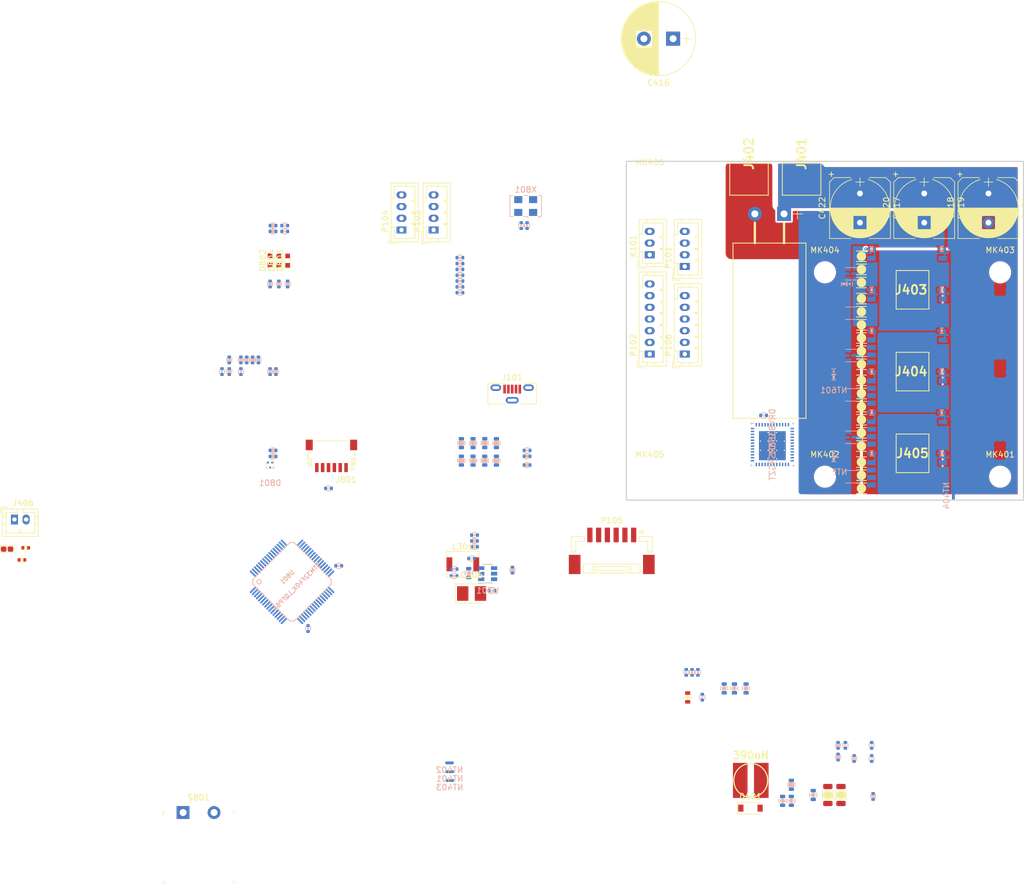
<source format=kicad_pcb>
(kicad_pcb (version 20171130) (host pcbnew "(5.1.4)-1")
  (layers (0 F.Cu signal) (1 In1.Cu power) (2 In2.Cu signal) (31 B.Cu power) (34 B.Paste user) (35 F.Paste user) (36 B.SilkS user) (37 F.SilkS user) (38 B.Mask user hide) (39 F.Mask user hide) (44 Edge.Cuts user))
  (net 0 "")
  (net 1 GND)
  (net 2 +3V3)
  (net 3 NRST)
  (net 4 "Net-(J101-Pad2)")
  (net 5 "Net-(J101-Pad3)")
  (net 6 SWDIO)
  (net 7 SWCLK)
  (net 8 "Net-(K101-Pad1)")
  (net 9 GNDD)
  (net 10 +BATT)
  (net 11 /drv_power_stage/buck_rcl)
  (net 12 "Net-(Q701-Pad2)")
  (net 13 "Net-(Q702-Pad2)")
  (net 14 "Net-(Q703-Pad2)")
  (net 15 "Net-(Q704-Pad2)")
  (net 16 GNDA)
  (net 17 /drv_power_stage/ENABLE)
  (net 18 /drv_power_stage/A_VSENSE)
  (net 19 /drv_power_stage/B_VSENSE)
  (net 20 /drv_power_stage/C_VSENSE)
  (net 21 "Net-(C201-Pad1)")
  (net 22 "Net-(C407-Pad2)")
  (net 23 /drv_power_stage/GDRV_VSENSE)
  (net 24 "Net-(K101-Pad2)")
  (net 25 /drv_power_stage/3.3_IREF)
  (net 26 /drv_power_stage/PHASE_B)
  (net 27 /drv_power_stage/PHASE_C)
  (net 28 /drv_power_stage/PHASE_A)
  (net 29 "Net-(Q601-Pad2)")
  (net 30 "Net-(Q602-Pad2)")
  (net 31 "Net-(Q603-Pad2)")
  (net 32 "Net-(Q604-Pad2)")
  (net 33 /drv_power_stage/DRV_SDO)
  (net 34 /drv_power_stage/A_ISENSE)
  (net 35 /drv_power_stage/B_ISENSE)
  (net 36 /drv_power_stage/C_ISENSE)
  (net 37 /Microcontroller/SERVO)
  (net 38 /Microcontroller/ADC_VBUS)
  (net 39 /Microcontroller/ADC_TEMP)
  (net 40 /Microcontroller/TEMP_MOTOR)
  (net 41 /drv_power_stage/power_phase_B/PR_SENSE)
  (net 42 /drv_power_stage/power_phase_B/NR_SENSE)
  (net 43 /drv_power_stage/power_phase_C/PR_SENSE)
  (net 44 /drv_power_stage/power_phase_C/NR_SENSE)
  (net 45 /drv_power_stage/power_phase_A/PR_SENSE)
  (net 46 /drv_power_stage/power_phase_A/NR_SENSE)
  (net 47 /Microcontroller/VCAP2)
  (net 48 /Microcontroller/VCAP1)
  (net 49 /Microcontroller/USB_DM)
  (net 50 /Microcontroller/USB_DP)
  (net 51 /drv_power_stage/power_phase_B/H_SWITCH)
  (net 52 /drv_power_stage/power_phase_C/H_SWITCH)
  (net 53 /drv_power_stage/power_phase_A/H_SWITCH)
  (net 54 /CAN_tranciever/CANH)
  (net 55 /CAN_tranciever/CANL)
  (net 56 /Microcontroller/BRAKE_SW)
  (net 57 /Microcontroller/ADC_BRAKE)
  (net 58 /Microcontroller/ADC_THROTTLE)
  (net 59 /Microcontroller/USART1_RX)
  (net 60 /Microcontroller/USART1_TX)
  (net 61 /Microcontroller/SCL_2)
  (net 62 /Microcontroller/SDA_2)
  (net 63 /Microcontroller/HALL_3)
  (net 64 /Microcontroller/HALL_2)
  (net 65 /Microcontroller/HALL_1)
  (net 66 /drv_power_stage/power_phase_B/PH_GND_LOW)
  (net 67 /drv_power_stage/power_phase_C/PH_GND_LOW)
  (net 68 /drv_power_stage/power_phase_A/PH_GND_LOW)
  (net 69 /Microcontroller/FAULT)
  (net 70 /drv_power_stage/power_phase_B/H_GATE)
  (net 71 /drv_power_stage/power_phase_B/L_GATE)
  (net 72 /drv_power_stage/power_phase_C/H_GATE)
  (net 73 /drv_power_stage/power_phase_C/L_GATE)
  (net 74 /drv_power_stage/power_phase_A/H_GATE)
  (net 75 /drv_power_stage/power_phase_A/L_GATE)
  (net 76 /Microcontroller/LED_GREEN)
  (net 77 /Microcontroller/LED_RED)
  (net 78 /Microcontroller/L3)
  (net 79 /Microcontroller/H3)
  (net 80 /Microcontroller/L2)
  (net 81 /Microcontroller/H2)
  (net 82 /Microcontroller/L1)
  (net 83 /Microcontroller/H1)
  (net 84 "Net-(NT703-Pad1)")
  (net 85 "Net-(C303-Pad2)")
  (net 86 "Net-(C303-Pad1)")
  (net 87 "Net-(C307-Pad2)")
  (net 88 "Net-(C405-Pad1)")
  (net 89 "Net-(C407-Pad1)")
  (net 90 "Net-(C410-Pad1)")
  (net 91 "Net-(C410-Pad2)")
  (net 92 "Net-(C412-Pad2)")
  (net 93 "Net-(C806-Pad1)")
  (net 94 "Net-(C808-Pad1)")
  (net 95 "Net-(D802-Pad1)")
  (net 96 "Net-(D803-Pad1)")
  (net 97 "Net-(D804-Pad1)")
  (net 98 "Net-(NT503-Pad1)")
  (net 99 "Net-(NT603-Pad1)")
  (net 100 "Net-(Q501-Pad2)")
  (net 101 "Net-(Q502-Pad2)")
  (net 102 "Net-(Q503-Pad2)")
  (net 103 "Net-(Q504-Pad2)")
  (net 104 "Net-(R301-Pad1)")
  (net 105 "Net-(R403-Pad2)")
  (net 106 "Net-(C404-Pad1)")
  (net 107 /drv_power_stage/vgls)
  (net 108 /drv_power_stage/dvdd)
  (net 109 /drv_power_stage/vdrain)
  (net 110 /drv_power_stage/vcp)
  (net 111 "Net-(J406-Pad2)")
  (net 112 "Net-(Q402-Pad1)")
  (net 113 +15V)
  (module Diodes_SMD:D_SOD-123 (layer F.Cu) (at 123.25 212.75)
    (fp_text reference D401 (at 0 -2) (layer F.SilkS))
    (fp_text value DFLS1100-7)
    (pad 1 smd rect (at -1.65 0) (size 0.9 1.2) (layers F.Cu F.Paste F.Mask) (net 91 "Net-(C410-Pad2)"))
    (pad 2 smd rect (at 1.65 0) (size 0.9 1.2) (layers F.Cu F.Paste F.Mask) (net 9 GNDD))
  )
  (module pkl_dipol:C_0603 (layer B.Cu) (at 128.75 211.5 270)
    (fp_text reference C413)
    (fp_text value 10uF)
    (pad 2 smd roundrect (at 0.75 0 270) (size 0.6 0.9) (layers B.Cu B.Paste B.Mask) (net 9 GNDD))
    (pad 1 smd roundrect (at -0.75 0 270) (size 0.6 0.9) (layers B.Cu B.Paste B.Mask) (net 113 +15V))
  )
  (module pkl_dipol:C_0402 (layer B.Cu) (at 115 193.75 270)
    (fp_text reference C403)
    (fp_text value 0.1uF)
    (pad 2 smd roundrect (at 0.5 0 270) (size 0.5 0.6) (layers B.Cu B.Paste B.Mask) (net 9 GNDD))
    (pad 1 smd roundrect (at -0.5 0 270) (size 0.5 0.6) (layers B.Cu B.Paste B.Mask) (net 113 +15V))
  )
  (module pkl_dipol:C_0603 (layer B.Cu) (at 130.25 211.5 270)
    (fp_text reference C402)
    (fp_text value 10uF)
    (pad 2 smd roundrect (at 0.75 0 270) (size 0.6 0.9) (layers B.Cu B.Paste B.Mask) (net 9 GNDD))
    (pad 1 smd roundrect (at -0.75 0 270) (size 0.6 0.9) (layers B.Cu B.Paste B.Mask) (net 113 +15V))
  )
  (module pkl_dipol:C_0603 (layer F.Cu) (at 112.5 193.8 270)
    (fp_text reference C401)
    (fp_text value 10uF)
    (pad 2 smd roundrect (at 0.75 0 270) (size 0.6 0.9) (layers F.Cu F.Paste F.Mask) (net 9 GNDD))
    (pad 1 smd roundrect (at -0.75 0 270) (size 0.6 0.9) (layers F.Cu F.Paste F.Mask) (net 113 +15V))
  )
  (module digikey-footprints:PushButton_12x12mm_THT_GPTS203211B (layer F.Cu) (at 28.75 213.5)
    (fp_text reference S801 (at 0 -2.57) (layer F.SilkS))
    (fp_text value GPTS203211B)
    (pad 2 thru_hole circle (at 2.65 0) (size 2.2 2.2) (drill 1.2) (layers *.Cu *.Mask))
    (pad 1 thru_hole rect (at -2.65 0) (size 2.2 2.2) (drill 1.2) (layers *.Cu *.Mask))
  )
  (module pkl_dipol:R_0402 (layer F.Cu) (at -0.845 168.175)
    (fp_text reference R419)
    (fp_text value R_Small)
    (pad 2 smd roundrect (at 0.5 0) (size 0.5 0.6) (layers F.Cu F.Paste F.Mask) (net 111 "Net-(J406-Pad2)"))
    (pad 1 smd roundrect (at -0.5 0) (size 0.5 0.6) (layers F.Cu F.Paste F.Mask) (net 112 "Net-(Q402-Pad1)"))
  )
  (module pkl_dipol:R_0402 (layer F.Cu) (at -1.5 170.25)
    (fp_text reference R418)
    (fp_text value R_Small)
    (pad 2 smd roundrect (at 0.5 0) (size 0.5 0.6) (layers F.Cu F.Paste F.Mask) (net 112 "Net-(Q402-Pad1)"))
    (pad 1 smd roundrect (at -0.5 0) (size 0.5 0.6) (layers F.Cu F.Paste F.Mask) (net 10 +BATT))
  )
  (module pkl_jumpers:J_0603 (layer F.Cu) (at -4.035 168.4)
    (fp_text reference JPpower401)
    (fp_text value Jumper)
    (pad 2 smd roundrect (at 0.575 0) (size 0.95 0.9) (layers F.Cu F.Mask) (net 106 "Net-(C404-Pad1)"))
    (pad 1 smd roundrect (at -0.575 0) (size 0.95 0.9) (layers F.Cu F.Mask) (net 10 +BATT))
  )
  (module Connectors_JST:JST_PH_B2B-PH-K_02x2.00mm_Straight (layer F.Cu) (at -2.775 163.325)
    (fp_text reference J406 (at 1.5 -2.8) (layer F.SilkS))
    (fp_text value Conn_01x02)
    (pad 1 thru_hole rect (at 0 0) (size 1.2 1.7) (drill 0.75) (layers *.Cu *.Mask) (net 9 GNDD))
    (pad 2 thru_hole oval (at 2 0) (size 1.2 1.7) (drill 0.75) (layers *.Cu *.Mask) (net 111 "Net-(J406-Pad2)"))
  )
  (module pkl_dipol:C_1206 (layer F.Cu) (at 136.5 210.5 270)
    (fp_text reference C425)
    (fp_text value "1uF ")
    (pad 2 smd roundrect (at 1.45 0 270) (size 0.9 1.6) (layers F.Cu F.Paste F.Mask) (net 9 GNDD))
    (pad 1 smd roundrect (at -1.45 0 270) (size 0.9 1.6) (layers F.Cu F.Paste F.Mask) (net 106 "Net-(C404-Pad1)"))
  )
  (module pkl_dipol:C_1206 (layer F.Cu) (at 138.75 210.5 270)
    (fp_text reference C424)
    (fp_text value "1uF ")
    (pad 2 smd roundrect (at 1.45 0 270) (size 0.9 1.6) (layers F.Cu F.Paste F.Mask) (net 9 GNDD))
    (pad 1 smd roundrect (at -1.45 0 270) (size 0.9 1.6) (layers F.Cu F.Paste F.Mask) (net 106 "Net-(C404-Pad1)"))
  )
  (module pkl_dipol:C_1206 (layer F.Cu) (at 142.25 122.75 180)
    (fp_text reference C707)
    (fp_text value "1uF ")
    (pad 2 smd roundrect (at 1.45 0 180) (size 0.9 1.6) (layers F.Cu F.Paste F.Mask) (net 9 GNDD))
    (pad 1 smd roundrect (at -1.45 0 180) (size 0.9 1.6) (layers F.Cu F.Paste F.Mask) (net 10 +BATT))
  )
  (module pkl_dipol:C_1206 (layer F.Cu) (at 142.25 125.5 180)
    (fp_text reference C705)
    (fp_text value "1uF ")
    (pad 2 smd roundrect (at 1.45 0 180) (size 0.9 1.6) (layers F.Cu F.Paste F.Mask) (net 9 GNDD))
    (pad 1 smd roundrect (at -1.45 0 180) (size 0.9 1.6) (layers F.Cu F.Paste F.Mask) (net 10 +BATT))
  )
  (module pkl_dipol:C_1206 (layer F.Cu) (at 142.25 136.75 180)
    (fp_text reference C607)
    (fp_text value "1uF ")
    (pad 2 smd roundrect (at 1.45 0 180) (size 0.9 1.6) (layers F.Cu F.Paste F.Mask) (net 9 GNDD))
    (pad 1 smd roundrect (at -1.45 0 180) (size 0.9 1.6) (layers F.Cu F.Paste F.Mask) (net 10 +BATT))
  )
  (module pkl_dipol:C_1206 (layer F.Cu) (at 142.25 139.5 180)
    (fp_text reference C605)
    (fp_text value "1uF ")
    (pad 2 smd roundrect (at 1.45 0 180) (size 0.9 1.6) (layers F.Cu F.Paste F.Mask) (net 9 GNDD))
    (pad 1 smd roundrect (at -1.45 0 180) (size 0.9 1.6) (layers F.Cu F.Paste F.Mask) (net 10 +BATT))
  )
  (module pkl_dipol:C_1206 (layer F.Cu) (at 142.25 150.75 180)
    (fp_text reference C507)
    (fp_text value "1uF ")
    (pad 2 smd roundrect (at 1.45 0 180) (size 0.9 1.6) (layers F.Cu F.Paste F.Mask) (net 9 GNDD))
    (pad 1 smd roundrect (at -1.45 0 180) (size 0.9 1.6) (layers F.Cu F.Paste F.Mask) (net 10 +BATT))
  )
  (module pkl_dipol:C_1206 (layer F.Cu) (at 142.25 153.5 180)
    (fp_text reference C505)
    (fp_text value "1uF ")
    (pad 2 smd roundrect (at 1.45 0 180) (size 0.9 1.6) (layers F.Cu F.Paste F.Mask) (net 9 GNDD))
    (pad 1 smd roundrect (at -1.45 0 180) (size 0.9 1.6) (layers F.Cu F.Paste F.Mask) (net 10 +BATT))
  )
  (module Connectors_JST:JST_ZE_BM06B-ZESS-TBT_06x1.5mm_Straight (layer F.Cu) (at 99.5 168.5)
    (fp_text reference P105 (at 0 -5) (layer F.SilkS))
    (fp_text value HALL/Encoder)
    (pad 1 smd rect (at 3.75 -2.525) (size 0.9 2.5) (layers F.Cu F.Paste F.Mask) (net 1 GND))
    (pad 2 smd rect (at 2.25 -2.525) (size 0.9 2.5) (layers F.Cu F.Paste F.Mask) (net 63 /Microcontroller/HALL_3))
    (pad 3 smd rect (at 0.75 -2.525) (size 0.9 2.5) (layers F.Cu F.Paste F.Mask) (net 64 /Microcontroller/HALL_2))
    (pad 4 smd rect (at -0.75 -2.525) (size 0.9 2.5) (layers F.Cu F.Paste F.Mask) (net 65 /Microcontroller/HALL_1))
    (pad 5 smd rect (at -2.25 -2.525) (size 0.9 2.5) (layers F.Cu F.Paste F.Mask) (net 40 /Microcontroller/TEMP_MOTOR))
    (pad 6 smd rect (at -3.75 -2.525) (size 0.9 2.5) (layers F.Cu F.Paste F.Mask) (net 2 +3V3))
    (pad "" smd rect (at 6.35 2.525) (size 2 3.3) (layers F.Cu F.Paste F.Mask))
    (pad "" smd rect (at -6.35 2.525) (size 2 3.3) (layers F.Cu F.Paste F.Mask))
  )
  (module moxie-drive-custom:CP_Radial_D12.5mm_P5.00mm_horiz (layer F.Cu) (at 129 111 180)
    (fp_text reference C414)
    (fp_text value 560uF)
    (pad 1 thru_hole rect (at 0 0 180) (size 2.4 2.4) (drill 1.2) (layers *.Cu *.Mask) (net 10 +BATT))
    (pad 2 thru_hole circle (at 5 0 180) (size 2.4 2.4) (drill 1.2) (layers *.Cu *.Mask) (net 9 GNDD))
  )
  (module Mounting_Holes:MountingHole_3.2mm_M3_DIN965 (layer F.Cu) (at 106 106)
    (fp_text reference MK406 (at 0 -3.8) (layer F.SilkS))
    (fp_text value Mounting_Hole)
    (pad 1 np_thru_hole circle (at 0 0) (size 3.2 3.2) (drill 3.2) (layers *.Cu *.Mask))
  )
  (module Mounting_Holes:MountingHole_3.2mm_M3_DIN965 (layer F.Cu) (at 106 156)
    (fp_text reference MK405 (at 0 -3.8) (layer F.SilkS))
    (fp_text value Mounting_Hole)
    (pad 1 np_thru_hole circle (at 0 0) (size 3.2 3.2) (drill 3.2) (layers *.Cu *.Mask))
  )
  (module Mounting_Holes:MountingHole_3.2mm_M3_DIN965 (layer F.Cu) (at 136 121)
    (fp_text reference MK404 (at 0 -3.8) (layer F.SilkS))
    (fp_text value Mounting_Hole)
    (pad 1 np_thru_hole circle (at 0 0) (size 3.2 3.2) (drill 3.2) (layers *.Cu *.Mask))
  )
  (module Mounting_Holes:MountingHole_3.2mm_M3_DIN965 (layer F.Cu) (at 166 121)
    (fp_text reference MK403 (at 0 -3.8) (layer F.SilkS))
    (fp_text value Mounting_Hole)
    (pad 1 np_thru_hole circle (at 0 0) (size 3.2 3.2) (drill 3.2) (layers *.Cu *.Mask))
  )
  (module Mounting_Holes:MountingHole_3.2mm_M3_DIN965 (layer F.Cu) (at 136 156)
    (fp_text reference MK402 (at 0 -3.8) (layer F.SilkS))
    (fp_text value Mounting_Hole)
    (pad 1 np_thru_hole circle (at 0 0) (size 3.2 3.2) (drill 3.2) (layers *.Cu *.Mask))
  )
  (module Mounting_Holes:MountingHole_3.2mm_M3_DIN965 (layer F.Cu) (at 166 156)
    (fp_text reference MK401 (at 0 -3.8) (layer F.SilkS))
    (fp_text value Mounting_Hole)
    (pad 1 np_thru_hole circle (at 0 0) (size 3.2 3.2) (drill 3.2) (layers *.Cu *.Mask))
  )
  (module Capacitors_THT:CP_Radial_D10.0mm_P5.00mm (layer F.Cu) (at 164 107.5 270)
    (fp_text reference C421 (at 2.5 -6.31 90) (layer F.SilkS))
    (fp_text value 56uF)
    (pad 1 thru_hole rect (at 0 0 270) (size 2 2) (drill 1) (layers *.Cu *.Mask) (net 10 +BATT))
    (pad 2 thru_hole circle (at 5 0 270) (size 2 2) (drill 1) (layers *.Cu *.Mask) (net 9 GNDD))
  )
  (module Capacitors_THT:CP_Radial_D10.0mm_P5.00mm (layer F.Cu) (at 153 107.5 270)
    (fp_text reference C419 (at 2.5 -6.31 90) (layer F.SilkS))
    (fp_text value 56uF)
    (pad 1 thru_hole rect (at 0 0 270) (size 2 2) (drill 1) (layers *.Cu *.Mask) (net 10 +BATT))
    (pad 2 thru_hole circle (at 5 0 270) (size 2 2) (drill 1) (layers *.Cu *.Mask) (net 9 GNDD))
  )
  (module Capacitors_THT:CP_Radial_D10.0mm_P5.00mm (layer F.Cu) (at 142 107.5 270)
    (fp_text reference C417 (at 2.5 -6.31 90) (layer F.SilkS))
    (fp_text value 56uF)
    (pad 1 thru_hole rect (at 0 0 270) (size 2 2) (drill 1) (layers *.Cu *.Mask) (net 10 +BATT))
    (pad 2 thru_hole circle (at 5 0 270) (size 2 2) (drill 1) (layers *.Cu *.Mask) (net 9 GNDD))
  )
  (module NetTie:NetTie-2_SMD_Pad0.5mm (layer B.Cu) (at 158 159.25 270)
    (fp_text reference NT404 (at 0 1.2 90) (layer B.SilkS) (effects (justify mirror)))
    (fp_text value Net-Tie_2)
    (fp_poly (pts (xy -0.5 0.25) (xy 0.5 0.25) (xy 0.5 -0.25) (xy -0.5 -0.25)) (layer B.Cu) (width 0))
    (pad 1 smd circle (at -0.5 0 270) (size 0.5 0.5) (layers B.Cu) (net 10 +BATT))
    (pad 2 smd circle (at 0.5 0 270) (size 0.5 0.5) (layers B.Cu) (net 109 /drv_power_stage/vdrain))
  )
  (module crf1:inductor_smd_5.8mmx4.8hmm (layer F.Cu) (at 123.30086 208)
    (fp_text reference L401 hide)
    (fp_text value 390uH (at 0 -4.30022) (layer F.SilkS) (effects (font (size 1.27 1.27) (thickness 0.254))))
    (pad 1 smd rect (at 1.80086 0) (size 2.49936 5.99948) (layers F.Cu F.Paste F.Mask) (net 92 "Net-(C412-Pad2)"))
    (pad 2 smd rect (at -1.80086 0) (size 2.49936 5.99948) (layers F.Cu F.Paste F.Mask) (net 91 "Net-(C410-Pad2)"))
  )
  (module crf1:1PAD_6x5mm (layer F.Cu) (at 151 152 90)
    (fp_text reference J405 (at 0 0 180) (layer F.SilkS) (effects (font (size 1.524 1.524) (thickness 0.3048))))
    (fp_text value C hide)
    (pad 1 smd rect (at 0 0 90) (size 6 5) (layers F.Cu F.Paste F.Mask) (net 27 /drv_power_stage/PHASE_C))
  )
  (module crf1:1PAD_6x5mm (layer F.Cu) (at 151 138 90)
    (fp_text reference J404 (at 0 -0.25 180) (layer F.SilkS) (effects (font (size 1.524 1.524) (thickness 0.3048))))
    (fp_text value B hide)
    (pad 1 smd rect (at 0 0 90) (size 6 5) (layers F.Cu F.Paste F.Mask) (net 26 /drv_power_stage/PHASE_B))
  )
  (module crf1:1PAD_6x5mm (layer F.Cu) (at 151 124 90)
    (fp_text reference J403 (at 0 -0.25 180) (layer F.SilkS) (effects (font (size 1.524 1.524) (thickness 0.3048))))
    (fp_text value A hide)
    (pad 1 smd rect (at 0 0 90) (size 6 5) (layers F.Cu F.Paste F.Mask) (net 28 /drv_power_stage/PHASE_A))
  )
  (module crf1:1PAD_6x5mm (layer F.Cu) (at 123 105)
    (fp_text reference J402 (at 0 -4.3 270) (layer F.SilkS) (effects (font (size 1.524 1.524) (thickness 0.3048))))
    (fp_text value Gnd hide)
    (pad 1 smd rect (at 0 0) (size 6 5) (layers F.Cu F.Paste F.Mask) (net 9 GNDD))
  )
  (module crf1:1PAD_6x5mm (layer F.Cu) (at 132 105)
    (fp_text reference J401 (at 0 -4.3 270) (layer F.SilkS) (effects (font (size 1.524 1.524) (thickness 0.3048))))
    (fp_text value +Vbat hide)
    (pad 1 smd rect (at 0 0) (size 6 5) (layers F.Cu F.Paste F.Mask) (net 10 +BATT))
  )
  (module Capacitors_SMD:CP_Elec_10x10.5 (layer F.Cu) (at 164 110 270)
    (fp_text reference C418 (at 0 6.46 90) (layer F.SilkS))
    (fp_text value 20uF)
    (fp_text user + (at -5.78 4.97 90) (layer F.SilkS))
    (pad 1 smd rect (at -4 0 90) (size 4 2.5) (layers F.Cu F.Paste F.Mask) (net 10 +BATT))
    (pad 2 smd rect (at 4 0 90) (size 4 2.5) (layers F.Cu F.Paste F.Mask) (net 9 GNDD))
  )
  (module pkl_dipol:C_0402 (layer B.Cu) (at 114.25 189.5 90)
    (fp_text reference C406)
    (fp_text value 0.1uF)
    (pad 1 smd roundrect (at -0.5 0 90) (size 0.5 0.6) (layers B.Cu B.Paste B.Mask) (net 25 /drv_power_stage/3.3_IREF))
    (pad 2 smd roundrect (at 0.5 0 90) (size 0.5 0.6) (layers B.Cu B.Paste B.Mask) (net 16 GNDA))
  )
  (module pkl_dipol:C_0603 (layer B.Cu) (at 134 210.5 270)
    (fp_text reference C404)
    (fp_text value 0.1uF)
    (pad 1 smd roundrect (at -0.75 0 270) (size 0.6 0.9) (layers B.Cu B.Paste B.Mask) (net 106 "Net-(C404-Pad1)"))
    (pad 2 smd roundrect (at 0.75 0 270) (size 0.6 0.9) (layers B.Cu B.Paste B.Mask) (net 9 GNDD))
  )
  (module Capacitors_SMD:CP_Elec_10x10.5 (layer F.Cu) (at 142 110 270)
    (fp_text reference C422 (at 0 6.46 90) (layer F.SilkS))
    (fp_text value 20uF)
    (fp_text user + (at -5.78 4.97 90) (layer F.SilkS))
    (pad 1 smd rect (at -4 0 90) (size 4 2.5) (layers F.Cu F.Paste F.Mask) (net 10 +BATT))
    (pad 2 smd rect (at 4 0 90) (size 4 2.5) (layers F.Cu F.Paste F.Mask) (net 9 GNDD))
  )
  (module Capacitors_SMD:CP_Elec_10x10.5 (layer F.Cu) (at 153 110 270)
    (fp_text reference C420 (at 0 6.46 90) (layer F.SilkS))
    (fp_text value 20uF)
    (fp_text user + (at -5.78 4.97 90) (layer F.SilkS))
    (pad 1 smd rect (at -4 0 90) (size 4 2.5) (layers F.Cu F.Paste F.Mask) (net 10 +BATT))
    (pad 2 smd rect (at 4 0 90) (size 4 2.5) (layers F.Cu F.Paste F.Mask) (net 9 GNDD))
  )
  (module pkl_dipol:R_0402 (layer B.Cu) (at 76 168 180)
    (fp_text reference R303)
    (fp_text value "10k 0.1%")
    (pad 2 smd roundrect (at 0.5 0 180) (size 0.5 0.6) (layers B.Cu B.Paste B.Mask) (net 1 GND))
    (pad 1 smd roundrect (at -0.5 0 180) (size 0.5 0.6) (layers B.Cu B.Paste B.Mask) (net 87 "Net-(C307-Pad2)"))
  )
  (module pkl_dipol:R_0402 (layer B.Cu) (at 76 167)
    (fp_text reference R302)
    (fp_text value "R33.2k 0.1%")
    (pad 2 smd roundrect (at 0.5 0) (size 0.5 0.6) (layers B.Cu B.Paste B.Mask) (net 87 "Net-(C307-Pad2)"))
    (pad 1 smd roundrect (at -0.5 0) (size 0.5 0.6) (layers B.Cu B.Paste B.Mask) (net 2 +3V3))
  )
  (module pkl_dipol:R_0402 (layer B.Cu) (at 82.5 172 90)
    (fp_text reference R301)
    (fp_text value 1k)
    (pad 2 smd roundrect (at 0.5 0 90) (size 0.5 0.6) (layers B.Cu B.Paste B.Mask) (net 113 +15V))
    (pad 1 smd roundrect (at -0.5 0 90) (size 0.5 0.6) (layers B.Cu B.Paste B.Mask) (net 104 "Net-(R301-Pad1)"))
  )
  (module Inductors_SMD:L_Neosid_Ms42 (layer F.Cu) (at 74 171)
    (fp_text reference L301 (at 0 -3) (layer F.SilkS))
    (fp_text value 3.3uH)
    (pad 1 smd rect (at -2.3 0) (size 1 2.4) (layers F.Cu F.Paste F.Mask) (net 2 +3V3))
    (pad 2 smd rect (at 2.3 0) (size 1 2.4) (layers F.Cu F.Paste F.Mask) (net 86 "Net-(C303-Pad1)"))
  )
  (module pkl_dipol:C_0402 (layer B.Cu) (at 85 151.5)
    (fp_text reference C423)
    (fp_text value 100nf)
    (pad 2 smd roundrect (at 0.5 0) (size 0.5 0.6) (layers B.Cu B.Paste B.Mask) (net 16 GNDA))
    (pad 1 smd roundrect (at -0.5 0) (size 0.5 0.6) (layers B.Cu B.Paste B.Mask) (net 39 /Microcontroller/ADC_TEMP))
  )
  (module pkl_dipol:C_0402 (layer B.Cu) (at 76 166)
    (fp_text reference C307)
    (fp_text value NP)
    (pad 2 smd roundrect (at 0.5 0) (size 0.5 0.6) (layers B.Cu B.Paste B.Mask) (net 87 "Net-(C307-Pad2)"))
    (pad 1 smd roundrect (at -0.5 0) (size 0.5 0.6) (layers B.Cu B.Paste B.Mask) (net 2 +3V3))
  )
  (module pkl_dipol:C_0402 (layer B.Cu) (at 72.5 173)
    (fp_text reference C305)
    (fp_text value 2.2uf)
    (pad 2 smd roundrect (at 0.5 0) (size 0.5 0.6) (layers B.Cu B.Paste B.Mask) (net 1 GND))
    (pad 1 smd roundrect (at -0.5 0) (size 0.5 0.6) (layers B.Cu B.Paste B.Mask) (net 2 +3V3))
  )
  (module pkl_dipol:C_0402 (layer B.Cu) (at 72.5 171.815)
    (fp_text reference C304)
    (fp_text value 100nf)
    (pad 2 smd roundrect (at 0.5 0) (size 0.5 0.6) (layers B.Cu B.Paste B.Mask) (net 1 GND))
    (pad 1 smd roundrect (at -0.5 0) (size 0.5 0.6) (layers B.Cu B.Paste B.Mask) (net 2 +3V3))
  )
  (module pkl_dipol:C_0402 (layer B.Cu) (at 79 175.5)
    (fp_text reference C303)
    (fp_text value 100nf)
    (pad 2 smd roundrect (at 0.5 0) (size 0.5 0.6) (layers B.Cu B.Paste B.Mask) (net 85 "Net-(C303-Pad2)"))
    (pad 1 smd roundrect (at -0.5 0) (size 0.5 0.6) (layers B.Cu B.Paste B.Mask) (net 86 "Net-(C303-Pad1)"))
  )
  (module pkl_dipol:C_0402 (layer B.Cu) (at 75.5 170)
    (fp_text reference C302)
    (fp_text value 100nf)
    (pad 2 smd roundrect (at 0.5 0) (size 0.5 0.6) (layers B.Cu B.Paste B.Mask) (net 1 GND))
    (pad 1 smd roundrect (at -0.5 0) (size 0.5 0.6) (layers B.Cu B.Paste B.Mask) (net 113 +15V))
  )
  (module pkl_dipol:C_0603 (layer B.Cu) (at 75 172.5 270)
    (fp_text reference C301)
    (fp_text value 10uf)
    (pad 2 smd roundrect (at 0.75 0 270) (size 0.6 0.9) (layers B.Cu B.Paste B.Mask) (net 1 GND))
    (pad 1 smd roundrect (at -0.75 0 270) (size 0.6 0.9) (layers B.Cu B.Paste B.Mask) (net 113 +15V))
  )
  (module Connectors_JST:JST_PH_B4B-PH-K_04x2.00mm_Straight (layer F.Cu) (at 63.5 113.75 90)
    (fp_text reference P104 (at 1.5 -2.8 90) (layer F.SilkS))
    (fp_text value I2C)
    (pad 1 thru_hole rect (at 0 0 90) (size 1.2 1.7) (drill 0.75) (layers *.Cu *.Mask) (net 61 /Microcontroller/SCL_2))
    (pad 2 thru_hole oval (at 2 0 90) (size 1.2 1.7) (drill 0.75) (layers *.Cu *.Mask) (net 62 /Microcontroller/SDA_2))
    (pad 3 thru_hole oval (at 4 0 90) (size 1.2 1.7) (drill 0.75) (layers *.Cu *.Mask) (net 2 +3V3))
    (pad 4 thru_hole oval (at 6 0 90) (size 1.2 1.7) (drill 0.75) (layers *.Cu *.Mask) (net 1 GND))
  )
  (module Resistors_SMD:R_1206 (layer B.Cu) (at 140.5 121.25 180)
    (fp_text reference R707 hide)
    (fp_text value 1mΩ hide)
    (pad 1 smd rect (at -1.45 0 180) (size 0.9 1.7) (layers B.Cu B.Paste B.Mask) (net 68 /drv_power_stage/power_phase_A/PH_GND_LOW))
    (pad 2 smd rect (at 1.45 0 180) (size 0.9 1.7) (layers B.Cu B.Paste B.Mask) (net 9 GNDD))
  )
  (module Resistors_SMD:R_1206 (layer B.Cu) (at 140.5 128 180)
    (fp_text reference R706 hide)
    (fp_text value 1mΩ hide)
    (pad 1 smd rect (at -1.45 0 180) (size 0.9 1.7) (layers B.Cu B.Paste B.Mask) (net 68 /drv_power_stage/power_phase_A/PH_GND_LOW))
    (pad 2 smd rect (at 1.45 0 180) (size 0.9 1.7) (layers B.Cu B.Paste B.Mask) (net 9 GNDD))
  )
  (module Resistors_SMD:R_1206 (layer B.Cu) (at 140.5 135.25 180)
    (fp_text reference R607 hide)
    (fp_text value 1mΩ hide)
    (pad 1 smd rect (at -1.45 0 180) (size 0.9 1.7) (layers B.Cu B.Paste B.Mask) (net 66 /drv_power_stage/power_phase_B/PH_GND_LOW))
    (pad 2 smd rect (at 1.45 0 180) (size 0.9 1.7) (layers B.Cu B.Paste B.Mask) (net 9 GNDD))
  )
  (module Resistors_SMD:R_1206 (layer B.Cu) (at 140.5 142 180)
    (fp_text reference R606 hide)
    (fp_text value 1mΩ hide)
    (pad 1 smd rect (at -1.45 0 180) (size 0.9 1.7) (layers B.Cu B.Paste B.Mask) (net 66 /drv_power_stage/power_phase_B/PH_GND_LOW))
    (pad 2 smd rect (at 1.45 0 180) (size 0.9 1.7) (layers B.Cu B.Paste B.Mask) (net 9 GNDD))
  )
  (module Resistors_SMD:R_1206 (layer B.Cu) (at 140.5 149.25 180)
    (fp_text reference R507 hide)
    (fp_text value 1mΩ hide)
    (pad 1 smd rect (at -1.45 0 180) (size 0.9 1.7) (layers B.Cu B.Paste B.Mask) (net 67 /drv_power_stage/power_phase_C/PH_GND_LOW))
    (pad 2 smd rect (at 1.45 0 180) (size 0.9 1.7) (layers B.Cu B.Paste B.Mask) (net 9 GNDD))
  )
  (module Resistors_SMD:R_1206 (layer B.Cu) (at 140.5 156 180)
    (fp_text reference R506 hide)
    (fp_text value 1mΩ hide)
    (pad 1 smd rect (at -1.45 0 180) (size 0.9 1.7) (layers B.Cu B.Paste B.Mask) (net 67 /drv_power_stage/power_phase_C/PH_GND_LOW))
    (pad 2 smd rect (at 1.45 0 180) (size 0.9 1.7) (layers B.Cu B.Paste B.Mask) (net 9 GNDD))
  )
  (module NetTie:NetTie-2_SMD_Pad0.5mm (layer B.Cu) (at 139.5 121.25 180)
    (fp_text reference NT703 hide)
    (fp_text value Net-Tie_2 hide)
    (fp_poly (pts (xy -0.5 0.25) (xy 0.5 0.25) (xy 0.5 -0.25) (xy -0.5 -0.25)) (layer B.Cu) (width 0))
    (pad 2 smd circle (at 0.5 0 180) (size 0.5 0.5) (layers B.Cu) (net 9 GNDD))
    (pad 1 smd circle (at -0.5 0 180) (size 0.5 0.5) (layers B.Cu) (net 84 "Net-(NT703-Pad1)"))
  )
  (module NetTie:NetTie-2_SMD_Pad0.5mm (layer B.Cu) (at 141.25 121.25)
    (fp_text reference NT702 hide)
    (fp_text value Net-Tie_2 hide)
    (fp_poly (pts (xy -0.5 0.25) (xy 0.5 0.25) (xy 0.5 -0.25) (xy -0.5 -0.25)) (layer B.Cu) (width 0))
    (pad 2 smd circle (at 0.5 0) (size 0.5 0.5) (layers B.Cu) (net 68 /drv_power_stage/power_phase_A/PH_GND_LOW))
    (pad 1 smd circle (at -0.5 0) (size 0.5 0.5) (layers B.Cu) (net 45 /drv_power_stage/power_phase_A/PR_SENSE))
  )
  (module NetTie:NetTie-2_SMD_Pad0.5mm (layer B.Cu) (at 139.5 135.25 180)
    (fp_text reference NT603 hide)
    (fp_text value Net-Tie_2 hide)
    (fp_poly (pts (xy -0.5 0.25) (xy 0.5 0.25) (xy 0.5 -0.25) (xy -0.5 -0.25)) (layer B.Cu) (width 0))
    (pad 2 smd circle (at 0.5 0 180) (size 0.5 0.5) (layers B.Cu) (net 9 GNDD))
    (pad 1 smd circle (at -0.5 0 180) (size 0.5 0.5) (layers B.Cu) (net 99 "Net-(NT603-Pad1)"))
  )
  (module NetTie:NetTie-2_SMD_Pad0.5mm (layer B.Cu) (at 141.25 135.25)
    (fp_text reference NT602 hide)
    (fp_text value Net-Tie_2 hide)
    (fp_poly (pts (xy -0.5 0.25) (xy 0.5 0.25) (xy 0.5 -0.25) (xy -0.5 -0.25)) (layer B.Cu) (width 0))
    (pad 2 smd circle (at 0.5 0) (size 0.5 0.5) (layers B.Cu) (net 66 /drv_power_stage/power_phase_B/PH_GND_LOW))
    (pad 1 smd circle (at -0.5 0) (size 0.5 0.5) (layers B.Cu) (net 41 /drv_power_stage/power_phase_B/PR_SENSE))
  )
  (module NetTie:NetTie-2_SMD_Pad0.5mm (layer B.Cu) (at 139.5 149.25 180)
    (fp_text reference NT503 hide)
    (fp_text value Net-Tie_2 hide)
    (fp_poly (pts (xy -0.5 0.25) (xy 0.5 0.25) (xy 0.5 -0.25) (xy -0.5 -0.25)) (layer B.Cu) (width 0))
    (pad 2 smd circle (at 0.5 0 180) (size 0.5 0.5) (layers B.Cu) (net 9 GNDD))
    (pad 1 smd circle (at -0.5 0 180) (size 0.5 0.5) (layers B.Cu) (net 98 "Net-(NT503-Pad1)"))
  )
  (module NetTie:NetTie-2_SMD_Pad0.5mm (layer B.Cu) (at 141.25 149.25)
    (fp_text reference NT502 hide)
    (fp_text value Net-Tie_2 hide)
    (fp_poly (pts (xy -0.5 0.25) (xy 0.5 0.25) (xy 0.5 -0.25) (xy -0.5 -0.25)) (layer B.Cu) (width 0))
    (pad 2 smd circle (at 0.5 0) (size 0.5 0.5) (layers B.Cu) (net 67 /drv_power_stage/power_phase_C/PH_GND_LOW))
    (pad 1 smd circle (at -0.5 0) (size 0.5 0.5) (layers B.Cu) (net 43 /drv_power_stage/power_phase_C/PR_SENSE))
  )
  (module pkl_dipol:R_0402 (layer B.Cu) (at 144 124 180)
    (fp_text reference R705)
    (fp_text value 5Ω)
    (pad 1 smd roundrect (at -0.5 0 180) (size 0.5 0.6) (layers B.Cu B.Paste B.Mask) (net 15 "Net-(Q704-Pad2)"))
    (pad 2 smd roundrect (at 0.5 0 180) (size 0.5 0.6) (layers B.Cu B.Paste B.Mask) (net 75 /drv_power_stage/power_phase_A/L_GATE))
  )
  (module Capacitors_THT:CP_Radial_D12.5mm_P5.00mm (layer F.Cu) (at 110 81 180)
    (fp_text reference C416 (at 2.5 -7.56) (layer F.SilkS))
    (fp_text value 560uF)
    (pad 1 thru_hole rect (at 0 0 180) (size 2.4 2.4) (drill 1.2) (layers *.Cu *.Mask) (net 10 +BATT))
    (pad 2 thru_hole circle (at 5 0 180) (size 2.4 2.4) (drill 1.2) (layers *.Cu *.Mask) (net 9 GNDD))
  )
  (module Oscillators:Oscillator_SMD_EuroQuartz_XO53-4pin_5.0x3.2mm (layer B.Cu) (at 84.76 109.65 180)
    (fp_text reference X801 (at 0 2.8) (layer B.SilkS) (effects (justify mirror)))
    (fp_text value "8MHz 10ppm")
    (pad 1 smd rect (at -1.27 -1.1 180) (size 1.4 1.2) (layers B.Cu B.Paste B.Mask) (net 93 "Net-(C806-Pad1)"))
    (pad 2 smd rect (at 1.27 -1.1 180) (size 1.4 1.2) (layers B.Cu B.Paste B.Mask) (net 94 "Net-(C808-Pad1)"))
    (pad 3 smd rect (at 1.27 1.1 180) (size 1.4 1.2) (layers B.Cu B.Paste B.Mask) (net 1 GND))
    (pad 4 smd rect (at -1.27 1.1 180) (size 1.4 1.2) (layers B.Cu B.Paste B.Mask))
  )
  (module crf1:lqfp64_pad_mod (layer B.Cu) (at 44.75 174 45)
    (fp_text reference U801 (at 0 -1.143 45) (layer B.SilkS) (effects (font (size 0.7493 0.7493) (thickness 0.14986)) (justify mirror)))
    (fp_text value STM32F40X_LQFP64 (at 0 1.143 45) (layer B.SilkS) (effects (font (size 0.7493 0.7493) (thickness 0.14986)) (justify mirror)))
    (pad 64 smd rect (at -5.75056 -3.74904 45) (size 1.30048 0.3) (layers B.Cu B.Paste B.Mask) (net 2 +3V3))
    (pad 63 smd rect (at -5.75056 -3.2512 45) (size 1.30048 0.3) (layers B.Cu B.Paste B.Mask) (net 1 GND))
    (pad 62 smd rect (at -5.75056 -2.75082 45) (size 1.30048 0.3) (layers B.Cu B.Paste B.Mask))
    (pad 61 smd rect (at -5.75056 -2.25044 45) (size 1.30048 0.3) (layers B.Cu B.Paste B.Mask))
    (pad 60 smd rect (at -5.75056 -1.75006 45) (size 1.30048 0.3) (layers B.Cu B.Paste B.Mask) (net 1 GND))
    (pad 48 smd rect (at -3.74904 5.75056 45) (size 0.3 1.30048) (layers B.Cu B.Paste B.Mask) (net 2 +3V3))
    (pad 47 smd rect (at -3.2512 5.75056 45) (size 0.3 1.30048) (layers B.Cu B.Paste B.Mask) (net 47 /Microcontroller/VCAP2))
    (pad 46 smd rect (at -2.75082 5.75056 45) (size 0.3 1.30048) (layers B.Cu B.Paste B.Mask) (net 6 SWDIO))
    (pad 45 smd rect (at -2.25044 5.75056 45) (size 0.3 1.30048) (layers B.Cu B.Paste B.Mask) (net 50 /Microcontroller/USB_DP))
    (pad 44 smd rect (at -1.75006 5.75056 45) (size 0.3 1.30048) (layers B.Cu B.Paste B.Mask) (net 49 /Microcontroller/USB_DM))
    (pad 32 smd rect (at 5.75056 3.74904 45) (size 1.30048 0.3) (layers B.Cu B.Paste B.Mask) (net 2 +3V3))
    (pad 31 smd rect (at 5.75056 3.2512 45) (size 1.30048 0.3) (layers B.Cu B.Paste B.Mask) (net 48 /Microcontroller/VCAP1))
    (pad 30 smd rect (at 5.75056 2.75082 45) (size 1.30048 0.3) (layers B.Cu B.Paste B.Mask) (net 62 /Microcontroller/SDA_2))
    (pad 29 smd rect (at 5.75056 2.25044 45) (size 1.30048 0.3) (layers B.Cu B.Paste B.Mask) (net 61 /Microcontroller/SCL_2))
    (pad 28 smd rect (at 5.75056 1.75006 45) (size 1.30048 0.3) (layers B.Cu B.Paste B.Mask))
    (pad 16 smd rect (at 3.74904 -5.75056 45) (size 0.3 1.30048) (layers B.Cu B.Paste B.Mask) (net 20 /drv_power_stage/C_VSENSE))
    (pad 15 smd rect (at 3.2512 -5.75056 45) (size 0.3 1.30048) (layers B.Cu B.Paste B.Mask) (net 19 /drv_power_stage/B_VSENSE))
    (pad 14 smd rect (at 2.75082 -5.75056 45) (size 0.3 1.30048) (layers B.Cu B.Paste B.Mask) (net 18 /drv_power_stage/A_VSENSE))
    (pad 13 smd rect (at 2.25044 -5.75056 45) (size 0.3 1.30048) (layers B.Cu B.Paste B.Mask) (net 2 +3V3))
    (pad 12 smd rect (at 1.75006 -5.75056 45) (size 0.3 1.30048) (layers B.Cu B.Paste B.Mask) (net 16 GNDA))
    (pad 59 smd rect (at -5.75056 -1.24968 45) (size 1.30048 0.3) (layers B.Cu B.Paste B.Mask) (net 59 /Microcontroller/USART1_RX))
    (pad 58 smd rect (at -5.75056 -0.7493 45) (size 1.30048 0.3) (layers B.Cu B.Paste B.Mask) (net 60 /Microcontroller/USART1_TX))
    (pad 57 smd rect (at -5.75056 -0.24892 45) (size 1.30048 0.3) (layers B.Cu B.Paste B.Mask) (net 56 /Microcontroller/BRAKE_SW))
    (pad 43 smd rect (at -1.24968 5.75056 45) (size 0.3 1.30048) (layers B.Cu B.Paste B.Mask) (net 79 /Microcontroller/H3))
    (pad 42 smd rect (at -0.7493 5.75056 45) (size 0.3 1.30048) (layers B.Cu B.Paste B.Mask) (net 81 /Microcontroller/H2))
    (pad 41 smd rect (at -0.24892 5.75056 45) (size 0.3 1.30048) (layers B.Cu B.Paste B.Mask) (net 83 /Microcontroller/H1))
    (pad 27 smd rect (at 5.75056 1.24968 45) (size 1.30048 0.3) (layers B.Cu B.Paste B.Mask) (net 57 /Microcontroller/ADC_BRAKE))
    (pad 26 smd rect (at 5.75056 0.7493 45) (size 1.30048 0.3) (layers B.Cu B.Paste B.Mask) (net 58 /Microcontroller/ADC_THROTTLE))
    (pad 25 smd rect (at 5.75056 0.24892 45) (size 1.30048 0.3) (layers B.Cu B.Paste B.Mask) (net 40 /Microcontroller/TEMP_MOTOR))
    (pad 11 smd rect (at 1.24968 -5.75056 45) (size 0.3 1.30048) (layers B.Cu B.Paste B.Mask) (net 38 /Microcontroller/ADC_VBUS))
    (pad 10 smd rect (at 0.7493 -5.75056 45) (size 0.3 1.30048) (layers B.Cu B.Paste B.Mask) (net 36 /drv_power_stage/C_ISENSE))
    (pad 9 smd rect (at 0.24892 -5.75056 45) (size 0.3 1.30048) (layers B.Cu B.Paste B.Mask) (net 35 /drv_power_stage/B_ISENSE))
    (pad 56 smd rect (at -5.75056 0.24892 45) (size 1.30048 0.3) (layers B.Cu B.Paste B.Mask))
    (pad 55 smd rect (at -5.75056 0.7493 45) (size 1.30048 0.3) (layers B.Cu B.Paste B.Mask))
    (pad 54 smd rect (at -5.75056 1.24968 45) (size 1.30048 0.3) (layers B.Cu B.Paste B.Mask))
    (pad 53 smd rect (at -5.75056 1.75006 45) (size 1.30048 0.3) (layers B.Cu B.Paste B.Mask))
    (pad 52 smd rect (at -5.75056 2.25044 45) (size 1.30048 0.3) (layers B.Cu B.Paste B.Mask))
    (pad 51 smd rect (at -5.75056 2.75082 45) (size 1.30048 0.3) (layers B.Cu B.Paste B.Mask))
    (pad 50 smd rect (at -5.75056 3.2512 45) (size 1.30048 0.3) (layers B.Cu B.Paste B.Mask))
    (pad 49 smd rect (at -5.75056 3.74904 45) (size 1.30048 0.3) (layers B.Cu B.Paste B.Mask) (net 7 SWCLK))
    (pad 40 smd rect (at 0.24892 5.75056 45) (size 0.3 1.30048) (layers B.Cu B.Paste B.Mask) (net 17 /drv_power_stage/ENABLE))
    (pad 39 smd rect (at 0.7493 5.75056 45) (size 0.3 1.30048) (layers B.Cu B.Paste B.Mask) (net 63 /Microcontroller/HALL_3))
    (pad 38 smd rect (at 1.24968 5.75056 45) (size 0.3 1.30048) (layers B.Cu B.Paste B.Mask) (net 64 /Microcontroller/HALL_2))
    (pad 37 smd rect (at 1.75006 5.75056 45) (size 0.3 1.30048) (layers B.Cu B.Paste B.Mask) (net 65 /Microcontroller/HALL_1))
    (pad 36 smd rect (at 2.25044 5.75056 45) (size 0.3 1.30048) (layers B.Cu B.Paste B.Mask) (net 78 /Microcontroller/L3))
    (pad 35 smd rect (at 2.75082 5.75056 45) (size 0.3 1.30048) (layers B.Cu B.Paste B.Mask) (net 80 /Microcontroller/L2))
    (pad 34 smd rect (at 3.2512 5.75056 45) (size 0.3 1.30048) (layers B.Cu B.Paste B.Mask) (net 82 /Microcontroller/L1))
    (pad 33 smd rect (at 3.74904 5.75056 45) (size 0.3 1.30048) (layers B.Cu B.Paste B.Mask) (net 69 /Microcontroller/FAULT))
    (pad 24 smd rect (at 5.75056 -0.24892 45) (size 1.30048 0.3) (layers B.Cu B.Paste B.Mask) (net 39 /Microcontroller/ADC_TEMP))
    (pad 23 smd rect (at 5.75056 -0.7493 45) (size 1.30048 0.3) (layers B.Cu B.Paste B.Mask))
    (pad 22 smd rect (at 5.75056 -1.24968 45) (size 1.30048 0.3) (layers B.Cu B.Paste B.Mask))
    (pad 21 smd rect (at 5.75056 -1.75006 45) (size 1.30048 0.3) (layers B.Cu B.Paste B.Mask))
    (pad 20 smd rect (at 5.75056 -2.25044 45) (size 1.30048 0.3) (layers B.Cu B.Paste B.Mask))
    (pad 19 smd rect (at 5.75056 -2.75082 45) (size 1.30048 0.3) (layers B.Cu B.Paste B.Mask) (net 2 +3V3))
    (pad 18 smd rect (at 5.75056 -3.2512 45) (size 1.30048 0.3) (layers B.Cu B.Paste B.Mask) (net 1 GND))
    (pad 17 smd rect (at 5.75056 -3.74904 45) (size 1.30048 0.3) (layers B.Cu B.Paste B.Mask) (net 37 /Microcontroller/SERVO))
    (pad 3 smd rect (at -2.75082 -5.75056 45) (size 0.3 1.30048) (layers B.Cu B.Paste B.Mask) (net 76 /Microcontroller/LED_GREEN))
    (pad 2 smd rect (at -3.2512 -5.75056 45) (size 0.3 1.30048) (layers B.Cu B.Paste B.Mask))
    (pad 1 smd rect (at -3.74904 -5.75056 45) (size 0.3 1.30048) (layers B.Cu B.Paste B.Mask) (net 2 +3V3))
    (pad 8 smd rect (at -0.24892 -5.75056 45) (size 0.3 1.30048) (layers B.Cu B.Paste B.Mask) (net 34 /drv_power_stage/A_ISENSE))
    (pad 7 smd rect (at -0.7493 -5.75056 45) (size 0.3 1.30048) (layers B.Cu B.Paste B.Mask) (net 3 NRST))
    (pad 6 smd rect (at -1.24968 -5.75056 45) (size 0.3 1.30048) (layers B.Cu B.Paste B.Mask) (net 94 "Net-(C808-Pad1)"))
    (pad 5 smd rect (at -1.75006 -5.75056 45) (size 0.3 1.30048) (layers B.Cu B.Paste B.Mask) (net 93 "Net-(C806-Pad1)"))
    (pad 4 smd rect (at -2.25044 -5.75056 45) (size 0.3 1.30048) (layers B.Cu B.Paste B.Mask) (net 77 /Microcontroller/LED_RED))
  )
  (module Locals:DRV8353RHRGZR (layer B.Cu) (at 127 150.5 270)
    (fp_text reference U401 (at 0 0 90) (layer B.SilkS) (effects (justify mirror)))
    (fp_text value DRV8353RSRGZT (at 0 0 90) (layer B.SilkS) (effects (justify mirror)))
    (fp_text user * (at 0 0 90) (layer B.SilkS) (effects (justify mirror)))
    (pad 1 smd rect (at -3.400001 2.75 180) (size 0.24 0.599999) (layers B.Cu B.Paste B.Mask) (net 9 GNDD))
    (pad 2 smd rect (at -3.400001 2.250001 180) (size 0.24 0.599999) (layers B.Cu B.Paste B.Mask) (net 107 /drv_power_stage/vgls))
    (pad 3 smd rect (at -3.400001 1.749999 180) (size 0.24 0.599999) (layers B.Cu B.Paste B.Mask) (net 22 "Net-(C407-Pad2)"))
    (pad 4 smd rect (at -3.400001 1.25 180) (size 0.24 0.599999) (layers B.Cu B.Paste B.Mask) (net 89 "Net-(C407-Pad1)"))
    (pad 5 smd rect (at -3.400001 0.749998 180) (size 0.24 0.599999) (layers B.Cu B.Paste B.Mask) (net 113 +15V))
    (pad 6 smd rect (at -3.400001 0.25 180) (size 0.24 0.599999) (layers B.Cu B.Paste B.Mask) (net 109 /drv_power_stage/vdrain))
    (pad 7 smd rect (at -3.400001 -0.25 180) (size 0.24 0.599999) (layers B.Cu B.Paste B.Mask) (net 110 /drv_power_stage/vcp))
    (pad 8 smd rect (at -3.400001 -0.750001 180) (size 0.24 0.599999) (layers B.Cu B.Paste B.Mask) (net 74 /drv_power_stage/power_phase_A/H_GATE))
    (pad 9 smd rect (at -3.400001 -1.25 180) (size 0.24 0.599999) (layers B.Cu B.Paste B.Mask) (net 53 /drv_power_stage/power_phase_A/H_SWITCH))
    (pad 10 smd rect (at -3.400001 -1.750002 180) (size 0.24 0.599999) (layers B.Cu B.Paste B.Mask) (net 75 /drv_power_stage/power_phase_A/L_GATE))
    (pad 11 smd rect (at -3.400001 -2.250001 180) (size 0.24 0.599999) (layers B.Cu B.Paste B.Mask) (net 45 /drv_power_stage/power_phase_A/PR_SENSE))
    (pad 12 smd rect (at -3.400001 -2.75 180) (size 0.24 0.599999) (layers B.Cu B.Paste B.Mask) (net 46 /drv_power_stage/power_phase_A/NR_SENSE))
    (pad 13 smd rect (at -2.75 -3.400001 270) (size 0.24 0.599999) (layers B.Cu B.Paste B.Mask) (net 42 /drv_power_stage/power_phase_B/NR_SENSE))
    (pad 14 smd rect (at -2.250001 -3.400001 270) (size 0.24 0.599999) (layers B.Cu B.Paste B.Mask) (net 41 /drv_power_stage/power_phase_B/PR_SENSE))
    (pad 15 smd rect (at -1.749999 -3.400001 270) (size 0.24 0.599999) (layers B.Cu B.Paste B.Mask) (net 71 /drv_power_stage/power_phase_B/L_GATE))
    (pad 16 smd rect (at -1.25 -3.400001 270) (size 0.24 0.599999) (layers B.Cu B.Paste B.Mask) (net 51 /drv_power_stage/power_phase_B/H_SWITCH))
    (pad 17 smd rect (at -0.749998 -3.400001 270) (size 0.24 0.599999) (layers B.Cu B.Paste B.Mask) (net 70 /drv_power_stage/power_phase_B/H_GATE))
    (pad 18 smd rect (at -0.25 -3.400001 270) (size 0.24 0.599999) (layers B.Cu B.Paste B.Mask) (net 72 /drv_power_stage/power_phase_C/H_GATE))
    (pad 19 smd rect (at 0.25 -3.400001 270) (size 0.24 0.599999) (layers B.Cu B.Paste B.Mask) (net 52 /drv_power_stage/power_phase_C/H_SWITCH))
    (pad 20 smd rect (at 0.750001 -3.400001 270) (size 0.24 0.599999) (layers B.Cu B.Paste B.Mask) (net 73 /drv_power_stage/power_phase_C/L_GATE))
    (pad 21 smd rect (at 1.25 -3.400001 270) (size 0.24 0.599999) (layers B.Cu B.Paste B.Mask) (net 43 /drv_power_stage/power_phase_C/PR_SENSE))
    (pad 22 smd rect (at 1.750002 -3.400001 270) (size 0.24 0.599999) (layers B.Cu B.Paste B.Mask) (net 44 /drv_power_stage/power_phase_C/NR_SENSE))
    (pad 23 smd rect (at 2.250001 -3.400001 270) (size 0.24 0.599999) (layers B.Cu B.Paste B.Mask) (net 36 /drv_power_stage/C_ISENSE))
    (pad 24 smd rect (at 2.75 -3.400001 270) (size 0.24 0.599999) (layers B.Cu B.Paste B.Mask) (net 35 /drv_power_stage/B_ISENSE))
    (pad 25 smd rect (at 3.400001 -2.75 180) (size 0.24 0.599999) (layers B.Cu B.Paste B.Mask) (net 34 /drv_power_stage/A_ISENSE))
    (pad 26 smd rect (at 3.400001 -2.250001 180) (size 0.24 0.599999) (layers B.Cu B.Paste B.Mask) (net 25 /drv_power_stage/3.3_IREF))
    (pad 27 smd rect (at 3.400001 -1.750002 180) (size 0.24 0.599999) (layers B.Cu B.Paste B.Mask) (net 16 GNDA))
    (pad 28 smd rect (at 3.400001 -1.25 180) (size 0.24 0.599999) (layers B.Cu B.Paste B.Mask) (net 69 /Microcontroller/FAULT))
    (pad 29 smd rect (at 3.400001 -0.750001 180) (size 0.24 0.599999) (layers B.Cu B.Paste B.Mask) (net 33 /drv_power_stage/DRV_SDO))
    (pad 30 smd rect (at 3.400001 -0.25 180) (size 0.24 0.599999) (layers B.Cu B.Paste B.Mask))
    (pad 31 smd rect (at 3.400001 0.25 180) (size 0.24 0.599999) (layers B.Cu B.Paste B.Mask))
    (pad 32 smd rect (at 3.400001 0.749998 180) (size 0.24 0.599999) (layers B.Cu B.Paste B.Mask))
    (pad 33 smd rect (at 3.400001 1.25 180) (size 0.24 0.599999) (layers B.Cu B.Paste B.Mask) (net 17 /drv_power_stage/ENABLE))
    (pad 34 smd rect (at 3.400001 1.749999 180) (size 0.24 0.599999) (layers B.Cu B.Paste B.Mask) (net 83 /Microcontroller/H1))
    (pad 35 smd rect (at 3.400001 2.250001 180) (size 0.24 0.599999) (layers B.Cu B.Paste B.Mask) (net 82 /Microcontroller/L1))
    (pad 36 smd rect (at 3.400001 2.75 180) (size 0.24 0.599999) (layers B.Cu B.Paste B.Mask) (net 81 /Microcontroller/H2))
    (pad 37 smd rect (at 2.75 3.400001 270) (size 0.24 0.599999) (layers B.Cu B.Paste B.Mask) (net 80 /Microcontroller/L2))
    (pad 38 smd rect (at 2.250001 3.400001 270) (size 0.24 0.599999) (layers B.Cu B.Paste B.Mask) (net 79 /Microcontroller/H3))
    (pad 39 smd rect (at 1.750002 3.400001 270) (size 0.24 0.599999) (layers B.Cu B.Paste B.Mask) (net 78 /Microcontroller/L3))
    (pad 40 smd rect (at 1.25 3.400001 270) (size 0.24 0.599999) (layers B.Cu B.Paste B.Mask) (net 108 /drv_power_stage/dvdd))
    (pad 41 smd rect (at 0.750001 3.400001 270) (size 0.24 0.599999) (layers B.Cu B.Paste B.Mask) (net 1 GND))
    (pad 42 smd rect (at 0.25 3.400001 270) (size 0.24 0.599999) (layers B.Cu B.Paste B.Mask) (net 91 "Net-(C410-Pad2)"))
    (pad 43 smd rect (at -0.25 3.400001 270) (size 0.24 0.599999) (layers B.Cu B.Paste B.Mask) (net 106 "Net-(C404-Pad1)"))
    (pad 44 smd rect (at -0.749998 3.400001 270) (size 0.24 0.599999) (layers B.Cu B.Paste B.Mask) (net 88 "Net-(C405-Pad1)"))
    (pad 45 smd rect (at -1.25 3.400001 270) (size 0.24 0.599999) (layers B.Cu B.Paste B.Mask) (net 90 "Net-(C410-Pad1)"))
    (pad 46 smd rect (at -1.749999 3.400001 270) (size 0.24 0.599999) (layers B.Cu B.Paste B.Mask) (net 11 /drv_power_stage/buck_rcl))
    (pad 47 smd rect (at -2.250001 3.400001 270) (size 0.24 0.599999) (layers B.Cu B.Paste B.Mask) (net 105 "Net-(R403-Pad2)"))
    (pad 48 smd rect (at -2.75 3.400001 270) (size 0.24 0.599999) (layers B.Cu B.Paste B.Mask) (net 23 /drv_power_stage/GDRV_VSENSE))
    (pad 49 smd rect (at 0.188001 0 270) (size 4.974999 4.600001) (layers B.Cu B.Mask) (net 9 GNDD))
    (pad 49 thru_hole circle (at -2.050001 0.740001 270) (size 0.499999 0.499999) (drill 0.2032) (layers *.Cu *.Mask) (net 9 GNDD))
    (pad 49 thru_hole circle (at -2.050001 -0.740001 270) (size 0.499999 0.499999) (drill 0.2032) (layers *.Cu *.Mask) (net 9 GNDD))
    (pad 49 thru_hole circle (at -0.596999 -2.050001 270) (size 0.499999 0.499999) (drill 0.2032) (layers *.Cu *.Mask) (net 9 GNDD))
    (pad 49 thru_hole circle (at -0.596999 -0.740001 270) (size 0.499999 0.499999) (drill 0.2032) (layers *.Cu *.Mask) (net 9 GNDD))
    (pad 49 thru_hole circle (at -0.596999 0.740001 270) (size 0.499999 0.499999) (drill 0.2032) (layers *.Cu *.Mask) (net 9 GNDD))
    (pad 49 thru_hole circle (at 2.426 -0.740001 270) (size 0.499999 0.499999) (drill 0.2032) (layers *.Cu *.Mask) (net 9 GNDD))
    (pad 49 thru_hole circle (at 2.426 0.740001 270) (size 0.499999 0.499999) (drill 0.2032) (layers *.Cu *.Mask) (net 9 GNDD))
    (pad 49 thru_hole circle (at 0.973 -2.050001 270) (size 0.499999 0.499999) (drill 0.2032) (layers *.Cu *.Mask) (net 9 GNDD))
    (pad 49 thru_hole circle (at 0.973 -0.740001 270) (size 0.499999 0.499999) (drill 0.2032) (layers *.Cu *.Mask) (net 9 GNDD))
    (pad 49 thru_hole circle (at 0.973 0.740001 270) (size 0.499999 0.499999) (drill 0.2032) (layers *.Cu *.Mask) (net 9 GNDD))
    (pad 49 thru_hole circle (at -0.596999 2.050001 270) (size 0.499999 0.499999) (drill 0.2032) (layers *.Cu *.Mask) (net 9 GNDD))
    (pad 49 thru_hole circle (at 0.973 2.050001 270) (size 0.499999 0.499999) (drill 0.2032) (layers *.Cu *.Mask) (net 9 GNDD))
  )
  (module TO_SOT_Packages_SMD:SOT-23-6 (layer B.Cu) (at 78.25 172.6)
    (fp_text reference U301 (at 0 2.9) (layer B.SilkS) (effects (justify mirror)))
    (fp_text value TPS561201)
    (pad 1 smd rect (at -1.1 0.95) (size 1.06 0.65) (layers B.Cu B.Paste B.Mask) (net 1 GND))
    (pad 2 smd rect (at -1.1 0) (size 1.06 0.65) (layers B.Cu B.Paste B.Mask) (net 86 "Net-(C303-Pad1)"))
    (pad 3 smd rect (at -1.1 -0.95) (size 1.06 0.65) (layers B.Cu B.Paste B.Mask) (net 113 +15V))
    (pad 4 smd rect (at 1.1 -0.95) (size 1.06 0.65) (layers B.Cu B.Paste B.Mask) (net 87 "Net-(C307-Pad2)"))
    (pad 6 smd rect (at 1.1 0.95) (size 1.06 0.65) (layers B.Cu B.Paste B.Mask) (net 85 "Net-(C303-Pad2)"))
    (pad 5 smd rect (at 1.1 0) (size 1.06 0.65) (layers B.Cu B.Paste B.Mask) (net 104 "Net-(R301-Pad1)"))
  )
  (module pkl_dipol:R_0402 (layer B.Cu) (at 144 145 180)
    (fp_text reference R503)
    (fp_text value 5Ω)
    (pad 2 smd roundrect (at 0.5 0 180) (size 0.5 0.6) (layers B.Cu B.Paste B.Mask) (net 73 /drv_power_stage/power_phase_C/L_GATE))
    (pad 1 smd roundrect (at -0.5 0 180) (size 0.5 0.6) (layers B.Cu B.Paste B.Mask) (net 101 "Net-(Q502-Pad2)"))
  )
  (module pkl_dipol:R_0402 (layer B.Cu) (at 156 145 180)
    (fp_text reference R502)
    (fp_text value 5Ω)
    (pad 2 smd roundrect (at 0.5 0 180) (size 0.5 0.6) (layers B.Cu B.Paste B.Mask) (net 72 /drv_power_stage/power_phase_C/H_GATE))
    (pad 1 smd roundrect (at -0.5 0 180) (size 0.5 0.6) (layers B.Cu B.Paste B.Mask) (net 100 "Net-(Q501-Pad2)"))
  )
  (module pkl_dipol:R_0402 (layer B.Cu) (at 85 154)
    (fp_text reference R417)
    (fp_text value "NTC 10kΩ")
    (pad 2 smd roundrect (at 0.5 0) (size 0.5 0.6) (layers B.Cu B.Paste B.Mask) (net 9 GNDD))
    (pad 1 smd roundrect (at -0.5 0) (size 0.5 0.6) (layers B.Cu B.Paste B.Mask) (net 39 /Microcontroller/ADC_TEMP))
  )
  (module pkl_dipol:R_0402 (layer B.Cu) (at 85 152.5 180)
    (fp_text reference R416)
    (fp_text value 10kΩ)
    (pad 2 smd roundrect (at 0.5 0 180) (size 0.5 0.6) (layers B.Cu B.Paste B.Mask) (net 39 /Microcontroller/ADC_TEMP))
    (pad 1 smd roundrect (at -0.5 0 180) (size 0.5 0.6) (layers B.Cu B.Paste B.Mask) (net 2 +3V3))
  )
  (module pkl_dipol:R_0603 (layer B.Cu) (at 73.75 150.25 90)
    (fp_text reference R415)
    (fp_text value 2.2kΩ)
    (pad 2 smd roundrect (at 0.75 0 90) (size 0.6 0.9) (layers B.Cu B.Paste B.Mask) (net 9 GNDD))
    (pad 1 smd roundrect (at -0.75 0 90) (size 0.6 0.9) (layers B.Cu B.Paste B.Mask) (net 38 /Microcontroller/ADC_VBUS))
  )
  (module pkl_dipol:R_0603 (layer B.Cu) (at 73.75 153.25 90)
    (fp_text reference R414)
    (fp_text value 47kΩ)
    (pad 2 smd roundrect (at 0.75 0 90) (size 0.6 0.9) (layers B.Cu B.Paste B.Mask) (net 38 /Microcontroller/ADC_VBUS))
    (pad 1 smd roundrect (at -0.75 0 90) (size 0.6 0.9) (layers B.Cu B.Paste B.Mask) (net 10 +BATT))
  )
  (module pkl_dipol:R_0603 (layer B.Cu) (at 79.75 150.25 90)
    (fp_text reference R413)
    (fp_text value 2.2kΩ)
    (pad 2 smd roundrect (at 0.75 0 90) (size 0.6 0.9) (layers B.Cu B.Paste B.Mask) (net 9 GNDD))
    (pad 1 smd roundrect (at -0.75 0 90) (size 0.6 0.9) (layers B.Cu B.Paste B.Mask) (net 20 /drv_power_stage/C_VSENSE))
  )
  (module pkl_dipol:R_0603 (layer B.Cu) (at 79.75 153.25 90)
    (fp_text reference R412)
    (fp_text value 47kΩ)
    (pad 2 smd roundrect (at 0.75 0 90) (size 0.6 0.9) (layers B.Cu B.Paste B.Mask) (net 20 /drv_power_stage/C_VSENSE))
    (pad 1 smd roundrect (at -0.75 0 90) (size 0.6 0.9) (layers B.Cu B.Paste B.Mask) (net 27 /drv_power_stage/PHASE_C))
  )
  (module pkl_dipol:R_0603 (layer B.Cu) (at 77.75 150.25 90)
    (fp_text reference R411)
    (fp_text value 2.2kΩ)
    (pad 2 smd roundrect (at 0.75 0 90) (size 0.6 0.9) (layers B.Cu B.Paste B.Mask) (net 9 GNDD))
    (pad 1 smd roundrect (at -0.75 0 90) (size 0.6 0.9) (layers B.Cu B.Paste B.Mask) (net 19 /drv_power_stage/B_VSENSE))
  )
  (module pkl_dipol:R_0603 (layer B.Cu) (at 77.75 153.25 90)
    (fp_text reference R410)
    (fp_text value 47kΩ)
    (pad 2 smd roundrect (at 0.75 0 90) (size 0.6 0.9) (layers B.Cu B.Paste B.Mask) (net 19 /drv_power_stage/B_VSENSE))
    (pad 1 smd roundrect (at -0.75 0 90) (size 0.6 0.9) (layers B.Cu B.Paste B.Mask) (net 26 /drv_power_stage/PHASE_B))
  )
  (module pkl_dipol:R_0603 (layer B.Cu) (at 75.75 150.25 90)
    (fp_text reference R409)
    (fp_text value 2.2kΩ)
    (pad 2 smd roundrect (at 0.75 0 90) (size 0.6 0.9) (layers B.Cu B.Paste B.Mask) (net 9 GNDD))
    (pad 1 smd roundrect (at -0.75 0 90) (size 0.6 0.9) (layers B.Cu B.Paste B.Mask) (net 18 /drv_power_stage/A_VSENSE))
  )
  (module pkl_dipol:R_0603 (layer B.Cu) (at 75.75 153.25 90)
    (fp_text reference R408)
    (fp_text value 47kΩ)
    (pad 2 smd roundrect (at 0.75 0 90) (size 0.6 0.9) (layers B.Cu B.Paste B.Mask) (net 18 /drv_power_stage/A_VSENSE))
    (pad 1 smd roundrect (at -0.75 0 90) (size 0.6 0.9) (layers B.Cu B.Paste B.Mask) (net 28 /drv_power_stage/PHASE_A))
  )
  (module pkl_dipol:R_0603 (layer B.Cu) (at 130.25 208.75 270)
    (fp_text reference R407)
    (fp_text value 910mΩ)
    (pad 1 smd roundrect (at -0.75 0 270) (size 0.6 0.9) (layers B.Cu B.Paste B.Mask) (net 92 "Net-(C412-Pad2)"))
    (pad 2 smd roundrect (at 0.75 0 270) (size 0.6 0.9) (layers B.Cu B.Paste B.Mask) (net 113 +15V))
  )
  (module pkl_dipol:R_0402 (layer B.Cu) (at 138.25 204 270)
    (fp_text reference R406)
    (fp_text value 1.0kΩ)
    (pad 1 smd roundrect (at -0.5 0 270) (size 0.5 0.6) (layers B.Cu B.Paste B.Mask) (net 23 /drv_power_stage/GDRV_VSENSE))
    (pad 2 smd roundrect (at 0.5 0 270) (size 0.5 0.6) (layers B.Cu B.Paste B.Mask) (net 9 GNDD))
  )
  (module pkl_dipol:R_0402 (layer B.Cu) (at 138.25 202 270)
    (fp_text reference R405)
    (fp_text value 5.1kΩ)
    (pad 1 smd roundrect (at -0.5 0 270) (size 0.5 0.6) (layers B.Cu B.Paste B.Mask) (net 92 "Net-(C412-Pad2)"))
    (pad 2 smd roundrect (at 0.5 0 270) (size 0.5 0.6) (layers B.Cu B.Paste B.Mask) (net 23 /drv_power_stage/GDRV_VSENSE))
  )
  (module pkl_dipol:R_0402 (layer B.Cu) (at 141 204.25 90)
    (fp_text reference R404)
    (fp_text value 200kΩ)
    (pad 1 smd roundrect (at -0.5 0 90) (size 0.5 0.6) (layers B.Cu B.Paste B.Mask) (net 9 GNDD))
    (pad 2 smd roundrect (at 0.5 0 90) (size 0.5 0.6) (layers B.Cu B.Paste B.Mask) (net 11 /drv_power_stage/buck_rcl))
  )
  (module pkl_dipol:R_0402 (layer B.Cu) (at 144.25 210.75 90)
    (fp_text reference R403)
    (fp_text value 560kΩ)
    (pad 1 smd roundrect (at -0.5 0 90) (size 0.5 0.6) (layers B.Cu B.Paste B.Mask) (net 106 "Net-(C404-Pad1)"))
    (pad 2 smd roundrect (at 0.5 0 90) (size 0.5 0.6) (layers B.Cu B.Paste B.Mask) (net 105 "Net-(R403-Pad2)"))
  )
  (module pkl_dipol:C_0402 (layer B.Cu) (at 113.25 189.5 270)
    (fp_text reference R402)
    (fp_text value 10kΩ)
    (pad 1 smd roundrect (at -0.5 0 270) (size 0.5 0.6) (layers B.Cu B.Paste B.Mask) (net 2 +3V3))
    (pad 2 smd roundrect (at 0.5 0 270) (size 0.5 0.6) (layers B.Cu B.Paste B.Mask) (net 69 /Microcontroller/FAULT))
  )
  (module pkl_dipol:C_0402 (layer B.Cu) (at 112.25 189.5 270)
    (fp_text reference R401)
    (fp_text value 1kOhm)
    (pad 1 smd roundrect (at -0.5 0 270) (size 0.5 0.6) (layers B.Cu B.Paste B.Mask) (net 2 +3V3))
    (pad 2 smd roundrect (at 0.5 0 270) (size 0.5 0.6) (layers B.Cu B.Paste B.Mask) (net 33 /drv_power_stage/DRV_SDO))
  )
  (module pkl_dipol:R_0402 (layer B.Cu) (at 41.5 114)
    (fp_text reference R202)
    (fp_text value 120R)
    (pad 1 smd roundrect (at -0.5 0) (size 0.5 0.6) (layers B.Cu B.Paste B.Mask) (net 55 /CAN_tranciever/CANL))
    (pad 2 smd roundrect (at 0.5 0) (size 0.5 0.6) (layers B.Cu B.Paste B.Mask) (net 21 "Net-(C201-Pad1)"))
  )
  (module pkl_dipol:R_0402 (layer B.Cu) (at 41.5 113)
    (fp_text reference R201)
    (fp_text value 120R)
    (pad 1 smd roundrect (at -0.5 0) (size 0.5 0.6) (layers B.Cu B.Paste B.Mask) (net 54 /CAN_tranciever/CANH))
    (pad 2 smd roundrect (at 0.5 0) (size 0.5 0.6) (layers B.Cu B.Paste B.Mask) (net 21 "Net-(C201-Pad1)"))
  )
  (module pkl_dipol:R_0402 (layer B.Cu) (at 36 136 90)
    (fp_text reference R110)
    (fp_text value 10kΩ)
    (pad 2 smd roundrect (at 0.5 0 90) (size 0.5 0.6) (layers B.Cu B.Paste B.Mask) (net 2 +3V3))
    (pad 1 smd roundrect (at -0.5 0 90) (size 0.5 0.6) (layers B.Cu B.Paste B.Mask) (net 40 /Microcontroller/TEMP_MOTOR))
  )
  (module pkl_dipol:R_0402 (layer B.Cu) (at 39 136 90)
    (fp_text reference R109)
    (fp_text value 2k2Ω)
    (pad 2 smd roundrect (at 0.5 0 90) (size 0.5 0.6) (layers B.Cu B.Paste B.Mask) (net 2 +3V3))
    (pad 1 smd roundrect (at -0.5 0 90) (size 0.5 0.6) (layers B.Cu B.Paste B.Mask) (net 63 /Microcontroller/HALL_3))
  )
  (module pkl_dipol:R_0402 (layer B.Cu) (at 38 136 90)
    (fp_text reference R108)
    (fp_text value 2k2Ω)
    (pad 2 smd roundrect (at 0.5 0 90) (size 0.5 0.6) (layers B.Cu B.Paste B.Mask) (net 2 +3V3))
    (pad 1 smd roundrect (at -0.5 0 90) (size 0.5 0.6) (layers B.Cu B.Paste B.Mask) (net 64 /Microcontroller/HALL_2))
  )
  (module pkl_dipol:R_0402 (layer B.Cu) (at 37 136 90)
    (fp_text reference R107)
    (fp_text value 2k2Ω)
    (pad 2 smd roundrect (at 0.5 0 90) (size 0.5 0.6) (layers B.Cu B.Paste B.Mask) (net 2 +3V3))
    (pad 1 smd roundrect (at -0.5 0 90) (size 0.5 0.6) (layers B.Cu B.Paste B.Mask) (net 65 /Microcontroller/HALL_1))
  )
  (module pkl_dipol:R_0402 (layer B.Cu) (at 41.5 151.5)
    (fp_text reference R106)
    (fp_text value 22R)
    (pad 2 smd roundrect (at 0.5 0) (size 0.5 0.6) (layers B.Cu B.Paste B.Mask) (net 4 "Net-(J101-Pad2)"))
    (pad 1 smd roundrect (at -0.5 0) (size 0.5 0.6) (layers B.Cu B.Paste B.Mask) (net 49 /Microcontroller/USB_DM))
  )
  (module pkl_dipol:R_0402 (layer B.Cu) (at 41.5 152.53)
    (fp_text reference R105)
    (fp_text value 22R)
    (pad 2 smd roundrect (at 0.5 0) (size 0.5 0.6) (layers B.Cu B.Paste B.Mask) (net 5 "Net-(J101-Pad3)"))
    (pad 1 smd roundrect (at -0.5 0) (size 0.5 0.6) (layers B.Cu B.Paste B.Mask) (net 50 /Microcontroller/USB_DP))
  )
  (module pkl_dipol:R_0402 (layer B.Cu) (at 41 138 270)
    (fp_text reference R104)
    (fp_text value 100kΩ)
    (pad 2 smd roundrect (at 0.5 0 270) (size 0.5 0.6) (layers B.Cu B.Paste B.Mask) (net 1 GND))
    (pad 1 smd roundrect (at -0.5 0 270) (size 0.5 0.6) (layers B.Cu B.Paste B.Mask) (net 57 /Microcontroller/ADC_BRAKE))
  )
  (module pkl_dipol:R_0402 (layer B.Cu) (at 42 138 270)
    (fp_text reference R103)
    (fp_text value 100kΩ)
    (pad 2 smd roundrect (at 0.5 0 270) (size 0.5 0.6) (layers B.Cu B.Paste B.Mask) (net 1 GND))
    (pad 1 smd roundrect (at -0.5 0 270) (size 0.5 0.6) (layers B.Cu B.Paste B.Mask) (net 58 /Microcontroller/ADC_THROTTLE))
  )
  (module pkl_dipol:R_0402 (layer B.Cu) (at 34 138 90)
    (fp_text reference R102)
    (fp_text value 100Ω)
    (pad 2 smd roundrect (at 0.5 0 90) (size 0.5 0.6) (layers B.Cu B.Paste B.Mask) (net 8 "Net-(K101-Pad1)"))
    (pad 1 smd roundrect (at -0.5 0 90) (size 0.5 0.6) (layers B.Cu B.Paste B.Mask) (net 37 /Microcontroller/SERVO))
  )
  (module pkl_dipol:R_0402 (layer B.Cu) (at 34 136 90)
    (fp_text reference R101)
    (fp_text value 0Ω)
    (pad 2 smd roundrect (at 0.5 0 90) (size 0.5 0.6) (layers B.Cu B.Paste B.Mask) (net 2 +3V3))
    (pad 1 smd roundrect (at -0.5 0 90) (size 0.5 0.6) (layers B.Cu B.Paste B.Mask) (net 24 "Net-(K101-Pad2)"))
  )
  (module moxie-drive-custom:SOP8_Advance (layer B.Cu) (at 147.25 155.5 90)
    (fp_text reference Q504)
    (fp_text value "TPH2R608NH,L1Q ")
    (pad 1 smd rect (at 0 0 180) (size 3.75 4.7) (layers B.Cu B.Paste B.Mask) (net 27 /drv_power_stage/PHASE_C))
    (pad 3 smd rect (at -1.905 -3.3 180) (size 1.45 0.85) (layers B.Cu B.Paste B.Mask) (net 67 /drv_power_stage/power_phase_C/PH_GND_LOW))
    (pad 3 smd rect (at -0.635 -3.3 180) (size 1.45 0.85) (layers B.Cu B.Paste B.Mask) (net 67 /drv_power_stage/power_phase_C/PH_GND_LOW))
    (pad 3 smd rect (at 0.635 -3.3 180) (size 1.45 0.85) (layers B.Cu B.Paste B.Mask) (net 67 /drv_power_stage/power_phase_C/PH_GND_LOW))
    (pad 2 smd rect (at 1.905 -3.3 180) (size 1.45 0.85) (layers B.Cu B.Paste B.Mask) (net 103 "Net-(Q504-Pad2)"))
    (pad 1 smd rect (at 1.905 2.4 180) (size 1.05 0.89) (layers B.Cu B.Paste B.Mask) (net 27 /drv_power_stage/PHASE_C))
    (pad 1 smd rect (at 0.635 2.4 180) (size 1.05 0.85) (layers B.Cu B.Paste B.Mask) (net 27 /drv_power_stage/PHASE_C))
    (pad 1 smd rect (at -0.635 2.4 180) (size 1.05 0.85) (layers B.Cu B.Paste B.Mask) (net 27 /drv_power_stage/PHASE_C))
    (pad 1 smd rect (at -1.905 2.4 180) (size 1.05 0.89) (layers B.Cu B.Paste B.Mask) (net 27 /drv_power_stage/PHASE_C))
  )
  (module moxie-drive-custom:SOP8_Advance (layer B.Cu) (at 159.5 155.5 90)
    (fp_text reference Q503)
    (fp_text value "TPH2R608NH,L1Q ")
    (pad 1 smd rect (at 0 0 180) (size 3.75 4.7) (layers B.Cu B.Paste B.Mask) (net 10 +BATT))
    (pad 3 smd rect (at -1.905 -3.3 180) (size 1.45 0.85) (layers B.Cu B.Paste B.Mask) (net 27 /drv_power_stage/PHASE_C))
    (pad 3 smd rect (at -0.635 -3.3 180) (size 1.45 0.85) (layers B.Cu B.Paste B.Mask) (net 27 /drv_power_stage/PHASE_C))
    (pad 3 smd rect (at 0.635 -3.3 180) (size 1.45 0.85) (layers B.Cu B.Paste B.Mask) (net 27 /drv_power_stage/PHASE_C))
    (pad 2 smd rect (at 1.905 -3.3 180) (size 1.45 0.85) (layers B.Cu B.Paste B.Mask) (net 102 "Net-(Q503-Pad2)"))
    (pad 1 smd rect (at 1.905 2.4 180) (size 1.05 0.89) (layers B.Cu B.Paste B.Mask) (net 10 +BATT))
    (pad 1 smd rect (at 0.635 2.4 180) (size 1.05 0.85) (layers B.Cu B.Paste B.Mask) (net 10 +BATT))
    (pad 1 smd rect (at -0.635 2.4 180) (size 1.05 0.85) (layers B.Cu B.Paste B.Mask) (net 10 +BATT))
    (pad 1 smd rect (at -1.905 2.4 180) (size 1.05 0.89) (layers B.Cu B.Paste B.Mask) (net 10 +BATT))
  )
  (module moxie-drive-custom:SOP8_Advance (layer B.Cu) (at 147.25 148.5 90)
    (fp_text reference Q502)
    (fp_text value "TPH2R608NH,L1Q ")
    (pad 1 smd rect (at 0 0 180) (size 3.75 4.7) (layers B.Cu B.Paste B.Mask) (net 27 /drv_power_stage/PHASE_C))
    (pad 3 smd rect (at -1.905 -3.3 180) (size 1.45 0.85) (layers B.Cu B.Paste B.Mask) (net 67 /drv_power_stage/power_phase_C/PH_GND_LOW))
    (pad 3 smd rect (at -0.635 -3.3 180) (size 1.45 0.85) (layers B.Cu B.Paste B.Mask) (net 67 /drv_power_stage/power_phase_C/PH_GND_LOW))
    (pad 3 smd rect (at 0.635 -3.3 180) (size 1.45 0.85) (layers B.Cu B.Paste B.Mask) (net 67 /drv_power_stage/power_phase_C/PH_GND_LOW))
    (pad 2 smd rect (at 1.905 -3.3 180) (size 1.45 0.85) (layers B.Cu B.Paste B.Mask) (net 101 "Net-(Q502-Pad2)"))
    (pad 1 smd rect (at 1.905 2.4 180) (size 1.05 0.89) (layers B.Cu B.Paste B.Mask) (net 27 /drv_power_stage/PHASE_C))
    (pad 1 smd rect (at 0.635 2.4 180) (size 1.05 0.85) (layers B.Cu B.Paste B.Mask) (net 27 /drv_power_stage/PHASE_C))
    (pad 1 smd rect (at -0.635 2.4 180) (size 1.05 0.85) (layers B.Cu B.Paste B.Mask) (net 27 /drv_power_stage/PHASE_C))
    (pad 1 smd rect (at -1.905 2.4 180) (size 1.05 0.89) (layers B.Cu B.Paste B.Mask) (net 27 /drv_power_stage/PHASE_C))
  )
  (module moxie-drive-custom:SOP8_Advance (layer B.Cu) (at 159.5 148.5 90)
    (fp_text reference Q501)
    (fp_text value "TPH2R608NH,L1Q ")
    (pad 1 smd rect (at 0 0 180) (size 3.75 4.7) (layers B.Cu B.Paste B.Mask) (net 10 +BATT))
    (pad 3 smd rect (at -1.905 -3.3 180) (size 1.45 0.85) (layers B.Cu B.Paste B.Mask) (net 27 /drv_power_stage/PHASE_C))
    (pad 3 smd rect (at -0.635 -3.3 180) (size 1.45 0.85) (layers B.Cu B.Paste B.Mask) (net 27 /drv_power_stage/PHASE_C))
    (pad 3 smd rect (at 0.635 -3.3 180) (size 1.45 0.85) (layers B.Cu B.Paste B.Mask) (net 27 /drv_power_stage/PHASE_C))
    (pad 2 smd rect (at 1.905 -3.3 180) (size 1.45 0.85) (layers B.Cu B.Paste B.Mask) (net 100 "Net-(Q501-Pad2)"))
    (pad 1 smd rect (at 1.905 2.4 180) (size 1.05 0.89) (layers B.Cu B.Paste B.Mask) (net 10 +BATT))
    (pad 1 smd rect (at 0.635 2.4 180) (size 1.05 0.85) (layers B.Cu B.Paste B.Mask) (net 10 +BATT))
    (pad 1 smd rect (at -0.635 2.4 180) (size 1.05 0.85) (layers B.Cu B.Paste B.Mask) (net 10 +BATT))
    (pad 1 smd rect (at -1.905 2.4 180) (size 1.05 0.89) (layers B.Cu B.Paste B.Mask) (net 10 +BATT))
  )
  (module Connectors_JST:JST_PH_B4B-PH-K_04x2.00mm_Straight (layer F.Cu) (at 69 113.75 90)
    (fp_text reference P103 (at 1.5 -2.8 90) (layer F.SilkS))
    (fp_text value Serial1/tim4)
    (pad 1 thru_hole rect (at 0 0 90) (size 1.2 1.7) (drill 0.75) (layers *.Cu *.Mask) (net 59 /Microcontroller/USART1_RX))
    (pad 2 thru_hole oval (at 2 0 90) (size 1.2 1.7) (drill 0.75) (layers *.Cu *.Mask) (net 60 /Microcontroller/USART1_TX))
    (pad 3 thru_hole oval (at 4 0 90) (size 1.2 1.7) (drill 0.75) (layers *.Cu *.Mask) (net 2 +3V3))
    (pad 4 thru_hole oval (at 6 0 90) (size 1.2 1.7) (drill 0.75) (layers *.Cu *.Mask) (net 1 GND))
  )
  (module NetTie:NetTie-2_SMD_Pad0.5mm (layer B.Cu) (at 71.75 208)
    (fp_text reference NT403 (at 0 1.2) (layer B.SilkS) (effects (justify mirror)))
    (fp_text value Net-Tie_2)
    (fp_poly (pts (xy -0.5 0.25) (xy 0.5 0.25) (xy 0.5 -0.25) (xy -0.5 -0.25)) (layer B.Cu) (width 0))
    (pad 1 smd circle (at -0.5 0) (size 0.5 0.5) (layers B.Cu) (net 25 /drv_power_stage/3.3_IREF))
    (pad 2 smd circle (at 0.5 0) (size 0.5 0.5) (layers B.Cu) (net 2 +3V3))
  )
  (module NetTie:NetTie-2_SMD_Pad0.5mm (layer B.Cu) (at 71.72 205)
    (fp_text reference NT402 (at 0 1.2) (layer B.SilkS) (effects (justify mirror)))
    (fp_text value Net-Tie_2)
    (fp_poly (pts (xy -0.5 0.25) (xy 0.5 0.25) (xy 0.5 -0.25) (xy -0.5 -0.25)) (layer B.Cu) (width 0))
    (pad 1 smd circle (at -0.5 0) (size 0.5 0.5) (layers B.Cu) (net 9 GNDD))
    (pad 2 smd circle (at 0.5 0) (size 0.5 0.5) (layers B.Cu) (net 1 GND))
  )
  (module NetTie:NetTie-2_SMD_Pad0.5mm (layer B.Cu) (at 71.75 206.5)
    (fp_text reference NT401 (at 0 1.2) (layer B.SilkS) (effects (justify mirror)))
    (fp_text value Net-Tie_2)
    (fp_poly (pts (xy -0.5 0.25) (xy 0.5 0.25) (xy 0.5 -0.25) (xy -0.5 -0.25)) (layer B.Cu) (width 0))
    (pad 1 smd circle (at -0.5 0) (size 0.5 0.5) (layers B.Cu) (net 16 GNDA))
    (pad 2 smd circle (at 0.5 0) (size 0.5 0.5) (layers B.Cu) (net 1 GND))
  )
  (module Connectors_JST:JST_SH_SM06B-SRSS-TB_06x1.00mm_Angled (layer F.Cu) (at 51.5 152.5 180)
    (fp_text reference J801 (at -2.5 -4) (layer F.SilkS))
    (fp_text value SWD)
    (pad 1 smd rect (at -2.5 -1.9375 180) (size 0.6 1.55) (layers F.Cu F.Paste F.Mask) (net 2 +3V3))
    (pad 2 smd rect (at -1.5 -1.9375 180) (size 0.6 1.55) (layers F.Cu F.Paste F.Mask) (net 7 SWCLK))
    (pad 3 smd rect (at -0.5 -1.9375 180) (size 0.6 1.55) (layers F.Cu F.Paste F.Mask) (net 1 GND))
    (pad 4 smd rect (at 0.5 -1.9375 180) (size 0.6 1.55) (layers F.Cu F.Paste F.Mask) (net 6 SWDIO))
    (pad 5 smd rect (at 1.5 -1.9375 180) (size 0.6 1.55) (layers F.Cu F.Paste F.Mask) (net 3 NRST))
    (pad 6 smd rect (at 2.5 -1.9375 180) (size 0.6 1.55) (layers F.Cu F.Paste F.Mask))
    (pad "" smd rect (at -3.8 1.9375 180) (size 1.2 1.8) (layers F.Cu F.Paste F.Mask))
    (pad "" smd rect (at 3.8 1.9375 180) (size 1.2 1.8) (layers F.Cu F.Paste F.Mask))
  )
  (module LEDs:LED_0603 (layer F.Cu) (at 42.5 119 90)
    (fp_text reference D804 (at 0 -1.25 90) (layer F.SilkS))
    (fp_text value RED)
    (pad 2 smd rect (at 0.8 0 270) (size 0.8 0.8) (layers F.Cu F.Paste F.Mask) (net 1 GND))
    (pad 1 smd rect (at -0.8 0 270) (size 0.8 0.8) (layers F.Cu F.Paste F.Mask) (net 97 "Net-(D804-Pad1)"))
  )
  (module LEDs:LED_0603 (layer F.Cu) (at 44 119 90)
    (fp_text reference D803 (at 0 -1.25 90) (layer F.SilkS))
    (fp_text value GREEN)
    (pad 2 smd rect (at 0.8 0 270) (size 0.8 0.8) (layers F.Cu F.Paste F.Mask) (net 1 GND))
    (pad 1 smd rect (at -0.8 0 270) (size 0.8 0.8) (layers F.Cu F.Paste F.Mask) (net 96 "Net-(D803-Pad1)"))
  )
  (module LEDs:LED_0603 (layer F.Cu) (at 41 118.96 90)
    (fp_text reference D802 (at 0 -1.25 90) (layer F.SilkS))
    (fp_text value BLUE)
    (pad 2 smd rect (at 0.8 0 270) (size 0.8 0.8) (layers F.Cu F.Paste F.Mask) (net 1 GND))
    (pad 1 smd rect (at -0.8 0 270) (size 0.8 0.8) (layers F.Cu F.Paste F.Mask) (net 95 "Net-(D802-Pad1)"))
  )
  (module digikey-footprints:SOT-3 (layer B.Cu) (at 41 154)
    (fp_text reference D801 (at -0.025 3.075) (layer B.SilkS) (effects (justify mirror)))
    (fp_text value TPD2EUSB30DRTR)
    (pad 2 smd rect (at 0.35 -0.425) (size 0.3 0.3) (layers B.Cu B.Paste B.Mask) (net 49 /Microcontroller/USB_DM))
    (pad 3 smd rect (at 0 0.425) (size 0.3 0.3) (layers B.Cu B.Paste B.Mask) (net 1 GND))
    (pad 1 smd rect (at -0.35 -0.425) (size 0.3 0.3) (layers B.Cu B.Paste B.Mask) (net 50 /Microcontroller/USB_DP))
  )
  (module pkl_dipol:C_0402 (layer B.Cu) (at 73.5 119.5 180)
    (fp_text reference C812)
    (fp_text value 2.2u)
    (pad 2 smd roundrect (at 0.5 0 180) (size 0.5 0.6) (layers B.Cu B.Paste B.Mask) (net 2 +3V3))
    (pad 1 smd roundrect (at -0.5 0 180) (size 0.5 0.6) (layers B.Cu B.Paste B.Mask) (net 1 GND))
  )
  (module pkl_dipol:C_0402 (layer B.Cu) (at 73.5 118.5 180)
    (fp_text reference C811)
    (fp_text value 2.2u)
    (pad 2 smd roundrect (at 0.5 0 180) (size 0.5 0.6) (layers B.Cu B.Paste B.Mask) (net 2 +3V3))
    (pad 1 smd roundrect (at -0.5 0 180) (size 0.5 0.6) (layers B.Cu B.Paste B.Mask) (net 1 GND))
  )
  (module pkl_dipol:C_0402 (layer B.Cu) (at 73.5 120.5 180)
    (fp_text reference C810)
    (fp_text value 2.2u)
    (pad 2 smd roundrect (at 0.5 0 180) (size 0.5 0.6) (layers B.Cu B.Paste B.Mask) (net 2 +3V3))
    (pad 1 smd roundrect (at -0.5 0 180) (size 0.5 0.6) (layers B.Cu B.Paste B.Mask) (net 1 GND))
  )
  (module pkl_dipol:C_0402 (layer B.Cu) (at 73.5 122.5 180)
    (fp_text reference C809)
    (fp_text value 2.2u)
    (pad 2 smd roundrect (at 0.5 0 180) (size 0.5 0.6) (layers B.Cu B.Paste B.Mask) (net 2 +3V3))
    (pad 1 smd roundrect (at -0.5 0 180) (size 0.5 0.6) (layers B.Cu B.Paste B.Mask) (net 1 GND))
  )
  (module pkl_dipol:C_0402 (layer B.Cu) (at 84 113 90)
    (fp_text reference C808)
    (fp_text value 15p)
    (pad 2 smd roundrect (at 0.5 0 90) (size 0.5 0.6) (layers B.Cu B.Paste B.Mask) (net 1 GND))
    (pad 1 smd roundrect (at -0.5 0 90) (size 0.5 0.6) (layers B.Cu B.Paste B.Mask) (net 94 "Net-(C808-Pad1)"))
  )
  (module pkl_dipol:C_0402 (layer B.Cu) (at 73.5 121.5 180)
    (fp_text reference C807)
    (fp_text value 2.2u)
    (pad 2 smd roundrect (at 0.5 0 180) (size 0.5 0.6) (layers B.Cu B.Paste B.Mask) (net 2 +3V3))
    (pad 1 smd roundrect (at -0.5 0 180) (size 0.5 0.6) (layers B.Cu B.Paste B.Mask) (net 1 GND))
  )
  (module pkl_dipol:C_0402 (layer B.Cu) (at 85 113 90)
    (fp_text reference C806)
    (fp_text value 15p)
    (pad 2 smd roundrect (at 0.5 0 90) (size 0.5 0.6) (layers B.Cu B.Paste B.Mask) (net 1 GND))
    (pad 1 smd roundrect (at -0.5 0 90) (size 0.5 0.6) (layers B.Cu B.Paste B.Mask) (net 93 "Net-(C806-Pad1)"))
  )
  (module pkl_dipol:C_0402 (layer B.Cu) (at 73.5 124.5 180)
    (fp_text reference C805)
    (fp_text value 2.2u)
    (pad 1 smd roundrect (at -0.5 0 180) (size 0.5 0.6) (layers B.Cu B.Paste B.Mask) (net 16 GNDA))
    (pad 2 smd roundrect (at 0.5 0 180) (size 0.5 0.6) (layers B.Cu B.Paste B.Mask) (net 2 +3V3))
  )
  (module pkl_dipol:C_0402 (layer B.Cu) (at 51 158)
    (fp_text reference C804)
    (fp_text value 100n)
    (pad 1 smd roundrect (at -0.5 0) (size 0.5 0.6) (layers B.Cu B.Paste B.Mask) (net 1 GND))
    (pad 2 smd roundrect (at 0.5 0) (size 0.5 0.6) (layers B.Cu B.Paste B.Mask) (net 3 NRST))
  )
  (module pkl_dipol:C_0402 (layer B.Cu) (at 52.75 171.25 180)
    (fp_text reference C803)
    (fp_text value 2.2u)
    (pad 1 smd roundrect (at -0.5 0 180) (size 0.5 0.6) (layers B.Cu B.Paste B.Mask) (net 1 GND))
    (pad 2 smd roundrect (at 0.5 0 180) (size 0.5 0.6) (layers B.Cu B.Paste B.Mask) (net 48 /Microcontroller/VCAP1))
  )
  (module pkl_dipol:C_0402 (layer B.Cu) (at 73.5 123.5 180)
    (fp_text reference C802)
    (fp_text value 2.2u)
    (pad 1 smd roundrect (at -0.5 0 180) (size 0.5 0.6) (layers B.Cu B.Paste B.Mask) (net 16 GNDA))
    (pad 2 smd roundrect (at 0.5 0 180) (size 0.5 0.6) (layers B.Cu B.Paste B.Mask) (net 2 +3V3))
  )
  (module pkl_dipol:C_0402 (layer B.Cu) (at 47.5 182 90)
    (fp_text reference C801)
    (fp_text value 2.2u)
    (pad 2 smd roundrect (at 0.5 0 90) (size 0.5 0.6) (layers B.Cu B.Paste B.Mask) (net 47 /Microcontroller/VCAP2))
    (pad 1 smd roundrect (at -0.5 0 90) (size 0.5 0.6) (layers B.Cu B.Paste B.Mask) (net 1 GND))
  )
  (module pkl_dipol:C_1206 (layer F.Cu) (at 142.25 120.5 180)
    (fp_text reference C706)
    (fp_text value "1uF ")
    (pad 2 smd roundrect (at 1.45 0 180) (size 0.9 1.6) (layers F.Cu F.Paste F.Mask) (net 9 GNDD))
    (pad 1 smd roundrect (at -1.45 0 180) (size 0.9 1.6) (layers F.Cu F.Paste F.Mask) (net 10 +BATT))
  )
  (module pkl_dipol:C_0402 (layer B.Cu) (at 140.25 123 90)
    (fp_text reference C701)
    (fp_text value 2.2nF)
    (pad 1 smd roundrect (at -0.5 0 90) (size 0.5 0.6) (layers B.Cu B.Paste B.Mask) (net 46 /drv_power_stage/power_phase_A/NR_SENSE))
    (pad 2 smd roundrect (at 0.5 0 90) (size 0.5 0.6) (layers B.Cu B.Paste B.Mask) (net 45 /drv_power_stage/power_phase_A/PR_SENSE))
  )
  (module pkl_dipol:C_1206 (layer F.Cu) (at 142.25 134.5 180)
    (fp_text reference C606)
    (fp_text value "1uF ")
    (pad 2 smd roundrect (at 1.45 0 180) (size 0.9 1.6) (layers F.Cu F.Paste F.Mask) (net 9 GNDD))
    (pad 1 smd roundrect (at -1.45 0 180) (size 0.9 1.6) (layers F.Cu F.Paste F.Mask) (net 10 +BATT))
  )
  (module pkl_dipol:C_0402 (layer B.Cu) (at 137.5 138 180)
    (fp_text reference C601)
    (fp_text value 2.2nF)
    (pad 1 smd roundrect (at -0.5 0 180) (size 0.5 0.6) (layers B.Cu B.Paste B.Mask) (net 42 /drv_power_stage/power_phase_B/NR_SENSE))
    (pad 2 smd roundrect (at 0.5 0 180) (size 0.5 0.6) (layers B.Cu B.Paste B.Mask) (net 41 /drv_power_stage/power_phase_B/PR_SENSE))
  )
  (module pkl_dipol:C_1206 (layer F.Cu) (at 142.25 148.5 180)
    (fp_text reference C506)
    (fp_text value "1uF ")
    (pad 2 smd roundrect (at 1.45 0 180) (size 0.9 1.6) (layers F.Cu F.Paste F.Mask) (net 9 GNDD))
    (pad 1 smd roundrect (at -1.45 0 180) (size 0.9 1.6) (layers F.Cu F.Paste F.Mask) (net 10 +BATT))
  )
  (module pkl_dipol:C_1206 (layer F.Cu) (at 142.25 158 180)
    (fp_text reference C504)
    (fp_text value "1uF ")
    (pad 2 smd roundrect (at 1.45 0 180) (size 0.9 1.6) (layers F.Cu F.Paste F.Mask) (net 9 GNDD))
    (pad 1 smd roundrect (at -1.45 0 180) (size 0.9 1.6) (layers F.Cu F.Paste F.Mask) (net 10 +BATT))
  )
  (module pkl_dipol:C_1206 (layer F.Cu) (at 142.25 155.75 180)
    (fp_text reference C503)
    (fp_text value "1uF ")
    (pad 2 smd roundrect (at 1.45 0 180) (size 0.9 1.6) (layers F.Cu F.Paste F.Mask) (net 9 GNDD))
    (pad 1 smd roundrect (at -1.45 0 180) (size 0.9 1.6) (layers F.Cu F.Paste F.Mask) (net 10 +BATT))
  )
  (module pkl_dipol:C_1206 (layer F.Cu) (at 142.25 146.25 180)
    (fp_text reference C502)
    (fp_text value "1uF ")
    (pad 2 smd roundrect (at 1.45 0 180) (size 0.9 1.6) (layers F.Cu F.Paste F.Mask) (net 9 GNDD))
    (pad 1 smd roundrect (at -1.45 0 180) (size 0.9 1.6) (layers F.Cu F.Paste F.Mask) (net 10 +BATT))
  )
  (module pkl_dipol:C_0402 (layer B.Cu) (at 137.5 152 180)
    (fp_text reference C501)
    (fp_text value 2.2nF)
    (pad 1 smd roundrect (at -0.5 0 180) (size 0.5 0.6) (layers B.Cu B.Paste B.Mask) (net 44 /drv_power_stage/power_phase_C/NR_SENSE))
    (pad 2 smd roundrect (at 0.5 0 180) (size 0.5 0.6) (layers B.Cu B.Paste B.Mask) (net 43 /drv_power_stage/power_phase_C/PR_SENSE))
  )
  (module pkl_dipol:C_0402 (layer B.Cu) (at 139.5 202 90)
    (fp_text reference C412)
    (fp_text value 18nF)
    (pad 1 smd roundrect (at -0.5 0 90) (size 0.5 0.6) (layers B.Cu B.Paste B.Mask) (net 23 /drv_power_stage/GDRV_VSENSE))
    (pad 2 smd roundrect (at 0.5 0 90) (size 0.5 0.6) (layers B.Cu B.Paste B.Mask) (net 92 "Net-(C412-Pad2)"))
  )
  (module pkl_dipol:C_0603 (layer B.Cu) (at 122.5 192.25 90)
    (fp_text reference C411)
    (fp_text value 1uF)
    (pad 1 smd roundrect (at -0.75 0 90) (size 0.6 0.9) (layers B.Cu B.Paste B.Mask) (net 109 /drv_power_stage/vdrain))
    (pad 2 smd roundrect (at 0.75 0 90) (size 0.6 0.9) (layers B.Cu B.Paste B.Mask) (net 110 /drv_power_stage/vcp))
  )
  (module pkl_dipol:C_0402 (layer B.Cu) (at 144 202 90)
    (fp_text reference C410)
    (fp_text value 0.01uF)
    (pad 1 smd roundrect (at -0.5 0 90) (size 0.5 0.6) (layers B.Cu B.Paste B.Mask) (net 90 "Net-(C410-Pad1)"))
    (pad 2 smd roundrect (at 0.5 0 90) (size 0.5 0.6) (layers B.Cu B.Paste B.Mask) (net 91 "Net-(C410-Pad2)"))
  )
  (module pkl_dipol:C_0603 (layer B.Cu) (at 120.5 192.25 270)
    (fp_text reference C409)
    (fp_text value 1uF)
    (pad 1 smd roundrect (at -0.75 0 270) (size 0.6 0.9) (layers B.Cu B.Paste B.Mask) (net 108 /drv_power_stage/dvdd))
    (pad 2 smd roundrect (at 0.75 0 270) (size 0.6 0.9) (layers B.Cu B.Paste B.Mask) (net 9 GNDD))
  )
  (module pkl_dipol:C_0603 (layer B.Cu) (at 118.75 192.25 90)
    (fp_text reference C408)
    (fp_text value 1uF)
    (pad 1 smd roundrect (at -0.75 0 90) (size 0.6 0.9) (layers B.Cu B.Paste B.Mask) (net 9 GNDD))
    (pad 2 smd roundrect (at 0.75 0 90) (size 0.6 0.9) (layers B.Cu B.Paste B.Mask) (net 107 /drv_power_stage/vgls))
  )
  (module pkl_dipol:C_0402 (layer B.Cu) (at 125.5 145.5 180)
    (fp_text reference C407)
    (fp_text value 0.047uF)
    (pad 1 smd roundrect (at -0.5 0 180) (size 0.5 0.6) (layers B.Cu B.Paste B.Mask) (net 89 "Net-(C407-Pad1)"))
    (pad 2 smd roundrect (at 0.5 0 180) (size 0.5 0.6) (layers B.Cu B.Paste B.Mask) (net 22 "Net-(C407-Pad2)"))
  )
  (module pkl_dipol:C_0402 (layer B.Cu) (at 144 204.25 270)
    (fp_text reference C405)
    (fp_text value 0.47uF)
    (pad 1 smd roundrect (at -0.5 0 270) (size 0.5 0.6) (layers B.Cu B.Paste B.Mask) (net 88 "Net-(C405-Pad1)"))
    (pad 2 smd roundrect (at 0.5 0 270) (size 0.5 0.6) (layers B.Cu B.Paste B.Mask) (net 9 GNDD))
  )
  (module Capacitors_Tantalum_SMD:CP_Tantalum_Case-B_EIA-3528-21_Reflow (layer F.Cu) (at 75.5 176)
    (fp_text reference C306 (at 0 -3.15) (layer F.SilkS))
    (fp_text value 100uf)
    (pad 1 smd rect (at -1.525 0) (size 1.95 2.5) (layers F.Cu F.Paste F.Mask) (net 2 +3V3))
    (pad 2 smd rect (at 1.525 0) (size 1.95 2.5) (layers F.Cu F.Paste F.Mask) (net 1 GND))
  )
  (module pkl_dipol:C_0402 (layer B.Cu) (at 43.5 114)
    (fp_text reference C202)
    (fp_text value 2.2u)
    (pad 1 smd roundrect (at -0.5 0) (size 0.5 0.6) (layers B.Cu B.Paste B.Mask) (net 2 +3V3))
    (pad 2 smd roundrect (at 0.5 0) (size 0.5 0.6) (layers B.Cu B.Paste B.Mask) (net 1 GND))
  )
  (module pkl_dipol:C_0402 (layer B.Cu) (at 43.5 113)
    (fp_text reference C201)
    (fp_text value 4.7nf)
    (pad 1 smd roundrect (at -0.5 0) (size 0.5 0.6) (layers B.Cu B.Paste B.Mask) (net 21 "Net-(C201-Pad1)"))
    (pad 2 smd roundrect (at 0.5 0) (size 0.5 0.6) (layers B.Cu B.Paste B.Mask) (net 1 GND))
  )
  (module pkl_dipol:C_0402 (layer B.Cu) (at 36 138 90)
    (fp_text reference C102)
    (fp_text value 100n)
    (pad 2 smd roundrect (at 0.5 0 90) (size 0.5 0.6) (layers B.Cu B.Paste B.Mask) (net 40 /Microcontroller/TEMP_MOTOR))
    (pad 1 smd roundrect (at -0.5 0 90) (size 0.5 0.6) (layers B.Cu B.Paste B.Mask) (net 1 GND))
  )
  (module pkl_dipol:C_0402 (layer B.Cu) (at 32.76 138 90)
    (fp_text reference C101)
    (fp_text value 100n)
    (pad 2 smd roundrect (at 0.5 0 90) (size 0.5 0.6) (layers B.Cu B.Paste B.Mask) (net 37 /Microcontroller/SERVO))
    (pad 1 smd roundrect (at -0.5 0 90) (size 0.5 0.6) (layers B.Cu B.Paste B.Mask) (net 1 GND))
  )
  (module moxie-drive-custom:SOP8_Advance (layer B.Cu) (at 147.25 127.5 90)
    (fp_text reference Q704)
    (fp_text value "TPH2R608NH,L1Q ")
    (pad 1 smd rect (at 0 0 180) (size 3.75 4.7) (layers B.Cu B.Paste B.Mask) (net 28 /drv_power_stage/PHASE_A))
    (pad 3 smd rect (at -1.905 -3.3 180) (size 1.45 0.85) (layers B.Cu B.Paste B.Mask) (net 68 /drv_power_stage/power_phase_A/PH_GND_LOW))
    (pad 3 smd rect (at -0.635 -3.3 180) (size 1.45 0.85) (layers B.Cu B.Paste B.Mask) (net 68 /drv_power_stage/power_phase_A/PH_GND_LOW))
    (pad 3 smd rect (at 0.635 -3.3 180) (size 1.45 0.85) (layers B.Cu B.Paste B.Mask) (net 68 /drv_power_stage/power_phase_A/PH_GND_LOW))
    (pad 2 smd rect (at 1.905 -3.3 180) (size 1.45 0.85) (layers B.Cu B.Paste B.Mask) (net 15 "Net-(Q704-Pad2)"))
    (pad 1 smd rect (at 1.905 2.4 180) (size 1.05 0.89) (layers B.Cu B.Paste B.Mask) (net 28 /drv_power_stage/PHASE_A))
    (pad 1 smd rect (at 0.635 2.4 180) (size 1.05 0.85) (layers B.Cu B.Paste B.Mask) (net 28 /drv_power_stage/PHASE_A))
    (pad 1 smd rect (at -0.635 2.4 180) (size 1.05 0.85) (layers B.Cu B.Paste B.Mask) (net 28 /drv_power_stage/PHASE_A))
    (pad 1 smd rect (at -1.905 2.4 180) (size 1.05 0.89) (layers B.Cu B.Paste B.Mask) (net 28 /drv_power_stage/PHASE_A))
  )
  (module moxie-drive-custom:SOP8_Advance (layer B.Cu) (at 159.5 127.5 90)
    (fp_text reference Q703)
    (fp_text value "TPH2R608NH,L1Q ")
    (pad 1 smd rect (at 0 0 180) (size 3.75 4.7) (layers B.Cu B.Paste B.Mask) (net 10 +BATT))
    (pad 3 smd rect (at -1.905 -3.3 180) (size 1.45 0.85) (layers B.Cu B.Paste B.Mask) (net 28 /drv_power_stage/PHASE_A))
    (pad 3 smd rect (at -0.635 -3.3 180) (size 1.45 0.85) (layers B.Cu B.Paste B.Mask) (net 28 /drv_power_stage/PHASE_A))
    (pad 3 smd rect (at 0.635 -3.3 180) (size 1.45 0.85) (layers B.Cu B.Paste B.Mask) (net 28 /drv_power_stage/PHASE_A))
    (pad 2 smd rect (at 1.905 -3.3 180) (size 1.45 0.85) (layers B.Cu B.Paste B.Mask) (net 14 "Net-(Q703-Pad2)"))
    (pad 1 smd rect (at 1.905 2.4 180) (size 1.05 0.89) (layers B.Cu B.Paste B.Mask) (net 10 +BATT))
    (pad 1 smd rect (at 0.635 2.4 180) (size 1.05 0.85) (layers B.Cu B.Paste B.Mask) (net 10 +BATT))
    (pad 1 smd rect (at -0.635 2.4 180) (size 1.05 0.85) (layers B.Cu B.Paste B.Mask) (net 10 +BATT))
    (pad 1 smd rect (at -1.905 2.4 180) (size 1.05 0.89) (layers B.Cu B.Paste B.Mask) (net 10 +BATT))
  )
  (module moxie-drive-custom:SOP8_Advance (layer B.Cu) (at 147.25 120.5 90)
    (fp_text reference Q702)
    (fp_text value "TPH2R608NH,L1Q ")
    (pad 1 smd rect (at 0 0 180) (size 3.75 4.7) (layers B.Cu B.Paste B.Mask) (net 28 /drv_power_stage/PHASE_A))
    (pad 3 smd rect (at -1.905 -3.3 180) (size 1.45 0.85) (layers B.Cu B.Paste B.Mask) (net 68 /drv_power_stage/power_phase_A/PH_GND_LOW))
    (pad 3 smd rect (at -0.635 -3.3 180) (size 1.45 0.85) (layers B.Cu B.Paste B.Mask) (net 68 /drv_power_stage/power_phase_A/PH_GND_LOW))
    (pad 3 smd rect (at 0.635 -3.3 180) (size 1.45 0.85) (layers B.Cu B.Paste B.Mask) (net 68 /drv_power_stage/power_phase_A/PH_GND_LOW))
    (pad 2 smd rect (at 1.905 -3.3 180) (size 1.45 0.85) (layers B.Cu B.Paste B.Mask) (net 13 "Net-(Q702-Pad2)"))
    (pad 1 smd rect (at 1.905 2.4 180) (size 1.05 0.89) (layers B.Cu B.Paste B.Mask) (net 28 /drv_power_stage/PHASE_A))
    (pad 1 smd rect (at 0.635 2.4 180) (size 1.05 0.85) (layers B.Cu B.Paste B.Mask) (net 28 /drv_power_stage/PHASE_A))
    (pad 1 smd rect (at -0.635 2.4 180) (size 1.05 0.85) (layers B.Cu B.Paste B.Mask) (net 28 /drv_power_stage/PHASE_A))
    (pad 1 smd rect (at -1.905 2.4 180) (size 1.05 0.89) (layers B.Cu B.Paste B.Mask) (net 28 /drv_power_stage/PHASE_A))
  )
  (module moxie-drive-custom:SOP8_Advance (layer B.Cu) (at 159.5 120.5 90)
    (fp_text reference Q701)
    (fp_text value "TPH2R608NH,L1Q ")
    (pad 1 smd rect (at 0 0 180) (size 3.75 4.7) (layers B.Cu B.Paste B.Mask) (net 10 +BATT))
    (pad 3 smd rect (at -1.905 -3.3 180) (size 1.45 0.85) (layers B.Cu B.Paste B.Mask) (net 28 /drv_power_stage/PHASE_A))
    (pad 3 smd rect (at -0.635 -3.3 180) (size 1.45 0.85) (layers B.Cu B.Paste B.Mask) (net 28 /drv_power_stage/PHASE_A))
    (pad 3 smd rect (at 0.635 -3.3 180) (size 1.45 0.85) (layers B.Cu B.Paste B.Mask) (net 28 /drv_power_stage/PHASE_A))
    (pad 2 smd rect (at 1.905 -3.3 180) (size 1.45 0.85) (layers B.Cu B.Paste B.Mask) (net 12 "Net-(Q701-Pad2)"))
    (pad 1 smd rect (at 1.905 2.4 180) (size 1.05 0.89) (layers B.Cu B.Paste B.Mask) (net 10 +BATT))
    (pad 1 smd rect (at 0.635 2.4 180) (size 1.05 0.85) (layers B.Cu B.Paste B.Mask) (net 10 +BATT))
    (pad 1 smd rect (at -0.635 2.4 180) (size 1.05 0.85) (layers B.Cu B.Paste B.Mask) (net 10 +BATT))
    (pad 1 smd rect (at -1.905 2.4 180) (size 1.05 0.89) (layers B.Cu B.Paste B.Mask) (net 10 +BATT))
  )
  (module moxie-drive-custom:SOP8_Advance (layer B.Cu) (at 147.25 141.5 90)
    (fp_text reference Q604)
    (fp_text value "TPH2R608NH,L1Q ")
    (pad 1 smd rect (at 0 0 180) (size 3.75 4.7) (layers B.Cu B.Paste B.Mask) (net 26 /drv_power_stage/PHASE_B))
    (pad 3 smd rect (at -1.905 -3.3 180) (size 1.45 0.85) (layers B.Cu B.Paste B.Mask) (net 66 /drv_power_stage/power_phase_B/PH_GND_LOW))
    (pad 3 smd rect (at -0.635 -3.3 180) (size 1.45 0.85) (layers B.Cu B.Paste B.Mask) (net 66 /drv_power_stage/power_phase_B/PH_GND_LOW))
    (pad 3 smd rect (at 0.635 -3.3 180) (size 1.45 0.85) (layers B.Cu B.Paste B.Mask) (net 66 /drv_power_stage/power_phase_B/PH_GND_LOW))
    (pad 2 smd rect (at 1.905 -3.3 180) (size 1.45 0.85) (layers B.Cu B.Paste B.Mask) (net 32 "Net-(Q604-Pad2)"))
    (pad 1 smd rect (at 1.905 2.4 180) (size 1.05 0.89) (layers B.Cu B.Paste B.Mask) (net 26 /drv_power_stage/PHASE_B))
    (pad 1 smd rect (at 0.635 2.4 180) (size 1.05 0.85) (layers B.Cu B.Paste B.Mask) (net 26 /drv_power_stage/PHASE_B))
    (pad 1 smd rect (at -0.635 2.4 180) (size 1.05 0.85) (layers B.Cu B.Paste B.Mask) (net 26 /drv_power_stage/PHASE_B))
    (pad 1 smd rect (at -1.905 2.4 180) (size 1.05 0.89) (layers B.Cu B.Paste B.Mask) (net 26 /drv_power_stage/PHASE_B))
  )
  (module moxie-drive-custom:SOP8_Advance (layer B.Cu) (at 159.5 141.5 90)
    (fp_text reference Q603)
    (fp_text value "TPH2R608NH,L1Q ")
    (pad 1 smd rect (at 0 0 180) (size 3.75 4.7) (layers B.Cu B.Paste B.Mask) (net 10 +BATT))
    (pad 3 smd rect (at -1.905 -3.3 180) (size 1.45 0.85) (layers B.Cu B.Paste B.Mask) (net 26 /drv_power_stage/PHASE_B))
    (pad 3 smd rect (at -0.635 -3.3 180) (size 1.45 0.85) (layers B.Cu B.Paste B.Mask) (net 26 /drv_power_stage/PHASE_B))
    (pad 3 smd rect (at 0.635 -3.3 180) (size 1.45 0.85) (layers B.Cu B.Paste B.Mask) (net 26 /drv_power_stage/PHASE_B))
    (pad 2 smd rect (at 1.905 -3.3 180) (size 1.45 0.85) (layers B.Cu B.Paste B.Mask) (net 31 "Net-(Q603-Pad2)"))
    (pad 1 smd rect (at 1.905 2.4 180) (size 1.05 0.89) (layers B.Cu B.Paste B.Mask) (net 10 +BATT))
    (pad 1 smd rect (at 0.635 2.4 180) (size 1.05 0.85) (layers B.Cu B.Paste B.Mask) (net 10 +BATT))
    (pad 1 smd rect (at -0.635 2.4 180) (size 1.05 0.85) (layers B.Cu B.Paste B.Mask) (net 10 +BATT))
    (pad 1 smd rect (at -1.905 2.4 180) (size 1.05 0.89) (layers B.Cu B.Paste B.Mask) (net 10 +BATT))
  )
  (module moxie-drive-custom:SOP8_Advance (layer B.Cu) (at 147.25 134.5 90)
    (fp_text reference Q602)
    (fp_text value "TPH2R608NH,L1Q ")
    (pad 1 smd rect (at 0 0 180) (size 3.75 4.7) (layers B.Cu B.Paste B.Mask) (net 26 /drv_power_stage/PHASE_B))
    (pad 3 smd rect (at -1.905 -3.3 180) (size 1.45 0.85) (layers B.Cu B.Paste B.Mask) (net 66 /drv_power_stage/power_phase_B/PH_GND_LOW))
    (pad 3 smd rect (at -0.635 -3.3 180) (size 1.45 0.85) (layers B.Cu B.Paste B.Mask) (net 66 /drv_power_stage/power_phase_B/PH_GND_LOW))
    (pad 3 smd rect (at 0.635 -3.3 180) (size 1.45 0.85) (layers B.Cu B.Paste B.Mask) (net 66 /drv_power_stage/power_phase_B/PH_GND_LOW))
    (pad 2 smd rect (at 1.905 -3.3 180) (size 1.45 0.85) (layers B.Cu B.Paste B.Mask) (net 30 "Net-(Q602-Pad2)"))
    (pad 1 smd rect (at 1.905 2.4 180) (size 1.05 0.89) (layers B.Cu B.Paste B.Mask) (net 26 /drv_power_stage/PHASE_B))
    (pad 1 smd rect (at 0.635 2.4 180) (size 1.05 0.85) (layers B.Cu B.Paste B.Mask) (net 26 /drv_power_stage/PHASE_B))
    (pad 1 smd rect (at -0.635 2.4 180) (size 1.05 0.85) (layers B.Cu B.Paste B.Mask) (net 26 /drv_power_stage/PHASE_B))
    (pad 1 smd rect (at -1.905 2.4 180) (size 1.05 0.89) (layers B.Cu B.Paste B.Mask) (net 26 /drv_power_stage/PHASE_B))
  )
  (module moxie-drive-custom:SOP8_Advance (layer B.Cu) (at 159.5 134.5 90)
    (fp_text reference Q601)
    (fp_text value "TPH2R608NH,L1Q ")
    (pad 1 smd rect (at 0 0 180) (size 3.75 4.7) (layers B.Cu B.Paste B.Mask) (net 10 +BATT))
    (pad 3 smd rect (at -1.905 -3.3 180) (size 1.45 0.85) (layers B.Cu B.Paste B.Mask) (net 26 /drv_power_stage/PHASE_B))
    (pad 3 smd rect (at -0.635 -3.3 180) (size 1.45 0.85) (layers B.Cu B.Paste B.Mask) (net 26 /drv_power_stage/PHASE_B))
    (pad 3 smd rect (at 0.635 -3.3 180) (size 1.45 0.85) (layers B.Cu B.Paste B.Mask) (net 26 /drv_power_stage/PHASE_B))
    (pad 2 smd rect (at 1.905 -3.3 180) (size 1.45 0.85) (layers B.Cu B.Paste B.Mask) (net 29 "Net-(Q601-Pad2)"))
    (pad 1 smd rect (at 1.905 2.4 180) (size 1.05 0.89) (layers B.Cu B.Paste B.Mask) (net 10 +BATT))
    (pad 1 smd rect (at 0.635 2.4 180) (size 1.05 0.85) (layers B.Cu B.Paste B.Mask) (net 10 +BATT))
    (pad 1 smd rect (at -0.635 2.4 180) (size 1.05 0.85) (layers B.Cu B.Paste B.Mask) (net 10 +BATT))
    (pad 1 smd rect (at -1.905 2.4 180) (size 1.05 0.89) (layers B.Cu B.Paste B.Mask) (net 10 +BATT))
  )
  (module Connectors_USB:USB_Micro-B_Vertical_Molex-105133-0001 (layer F.Cu) (at 82.45 141.825)
    (fp_text reference J101 (at 0 -2.85) (layer F.SilkS))
    (fp_text value USB_B_Micro)
    (pad 6 thru_hole oval (at 0 1.075) (size 2.2 1.1) (drill oval 1.6 0.5) (layers *.Cu *.Mask) (net 1 GND))
    (pad 6 thru_hole oval (at 2.8 -1.075) (size 1.8 1.1) (drill oval 1.2 0.5) (layers *.Cu *.Mask) (net 1 GND))
    (pad 6 thru_hole oval (at -2.8 -1.075) (size 1.8 1.1) (drill oval 1.2 0.5) (layers *.Cu *.Mask) (net 1 GND))
    (pad 1 smd rect (at -1.3 -0.825) (size 0.45 1.5) (layers F.Cu F.Paste F.Mask))
    (pad 5 smd rect (at 1.3 -0.825) (size 0.45 1.5) (layers F.Cu F.Paste F.Mask) (net 1 GND))
    (pad 2 smd rect (at -0.65 -0.825) (size 0.45 1.5) (layers F.Cu F.Paste F.Mask) (net 4 "Net-(J101-Pad2)"))
    (pad 4 smd rect (at 0.65 -0.825) (size 0.45 1.5) (layers F.Cu F.Paste F.Mask))
    (pad 3 smd rect (at 0 -0.825) (size 0.45 1.5) (layers F.Cu F.Paste F.Mask) (net 5 "Net-(J101-Pad3)"))
  )
  (module Connectors_JST:JST_PH_B4B-PH-K_04x2.00mm_Straight (layer F.Cu) (at 112 120 90)
    (fp_text reference P101 (at 1.5 -2.8 270) (layer F.SilkS))
    (fp_text value CANBUS)
    (pad 4 thru_hole oval (at 6 0 90) (size 1.2 1.7) (drill 0.75) (layers *.Cu *.Mask))
    (pad 3 thru_hole oval (at 4 0 90) (size 1.2 1.7) (drill 0.75) (layers *.Cu *.Mask) (net 54 /CAN_tranciever/CANH))
    (pad 2 thru_hole oval (at 2 0 90) (size 1.2 1.7) (drill 0.75) (layers *.Cu *.Mask) (net 55 /CAN_tranciever/CANL))
    (pad 1 thru_hole rect (at 0 0 90) (size 1.2 1.7) (drill 0.75) (layers *.Cu *.Mask) (net 1 GND))
  )
  (module Connectors_JST:JST_PH_B6B-PH-K_06x2.00mm_Straight (layer F.Cu) (at 112 135 90)
    (fp_text reference P106 (at 1.5 -2.8 90) (layer F.SilkS))
    (fp_text value HALL/Encoder)
    (pad 6 thru_hole oval (at 10 0 90) (size 1.2 1.7) (drill 0.75) (layers *.Cu *.Mask))
    (pad 5 thru_hole oval (at 8 0 90) (size 1.2 1.7) (drill 0.75) (layers *.Cu *.Mask))
    (pad 4 thru_hole oval (at 6 0 90) (size 1.2 1.7) (drill 0.75) (layers *.Cu *.Mask))
    (pad 3 thru_hole oval (at 4 0 90) (size 1.2 1.7) (drill 0.75) (layers *.Cu *.Mask))
    (pad 2 thru_hole oval (at 2 0 90) (size 1.2 1.7) (drill 0.75) (layers *.Cu *.Mask))
    (pad 1 thru_hole rect (at 0 0 90) (size 1.2 1.7) (drill 0.75) (layers *.Cu *.Mask))
  )
  (module Connectors_JST:JST_PH_B7B-PH-K_07x2.00mm_Straight (layer F.Cu) (at 106 135 90)
    (fp_text reference P102 (at 1.5 -2.8 90) (layer F.SilkS))
    (fp_text value CTRL_SIGNALS)
    (pad 7 thru_hole oval (at 12 0 90) (size 1.2 1.7) (drill 0.75) (layers *.Cu *.Mask) (net 1 GND))
    (pad 6 thru_hole oval (at 10 0 90) (size 1.2 1.7) (drill 0.75) (layers *.Cu *.Mask) (net 56 /Microcontroller/BRAKE_SW))
    (pad 5 thru_hole oval (at 8 0 90) (size 1.2 1.7) (drill 0.75) (layers *.Cu *.Mask))
    (pad 4 thru_hole oval (at 6 0 90) (size 1.2 1.7) (drill 0.75) (layers *.Cu *.Mask) (net 57 /Microcontroller/ADC_BRAKE))
    (pad 3 thru_hole oval (at 4 0 90) (size 1.2 1.7) (drill 0.75) (layers *.Cu *.Mask) (net 58 /Microcontroller/ADC_THROTTLE))
    (pad 2 thru_hole oval (at 2 0 90) (size 1.2 1.7) (drill 0.75) (layers *.Cu *.Mask) (net 1 GND))
    (pad 1 thru_hole rect (at 0 0 90) (size 1.2 1.7) (drill 0.75) (layers *.Cu *.Mask) (net 2 +3V3))
  )
  (module Connectors_JST:JST_PH_B3B-PH-K_03x2.00mm_Straight (layer F.Cu) (at 106 118 90)
    (fp_text reference K101 (at 1.5 -2.8 90) (layer F.SilkS))
    (fp_text value SERVO)
    (pad 3 thru_hole oval (at 4 0 90) (size 1.2 1.7) (drill 0.75) (layers *.Cu *.Mask) (net 1 GND))
    (pad 2 thru_hole oval (at 2 0 90) (size 1.2 1.7) (drill 0.75) (layers *.Cu *.Mask) (net 24 "Net-(K101-Pad2)"))
    (pad 1 thru_hole rect (at 0 0 90) (size 1.2 1.7) (drill 0.75) (layers *.Cu *.Mask) (net 8 "Net-(K101-Pad1)"))
  )
  (module pkl_dipol:C_1206 (layer F.Cu) (at 142.25 132.25 180)
    (fp_text reference C602)
    (fp_text value "1uF ")
    (pad 1 smd roundrect (at -1.45 0 180) (size 0.9 1.6) (layers F.Cu F.Paste F.Mask) (net 10 +BATT))
    (pad 2 smd roundrect (at 1.45 0 180) (size 0.9 1.6) (layers F.Cu F.Paste F.Mask) (net 9 GNDD))
  )
  (module pkl_dipol:C_1206 (layer F.Cu) (at 142.25 141.75 180)
    (fp_text reference C603)
    (fp_text value "1uF ")
    (pad 2 smd roundrect (at 1.45 0 180) (size 0.9 1.6) (layers F.Cu F.Paste F.Mask) (net 9 GNDD))
    (pad 1 smd roundrect (at -1.45 0 180) (size 0.9 1.6) (layers F.Cu F.Paste F.Mask) (net 10 +BATT))
  )
  (module pkl_dipol:C_1206 (layer F.Cu) (at 142.25 144 180)
    (fp_text reference C604)
    (fp_text value "1uF ")
    (pad 1 smd roundrect (at -1.45 0 180) (size 0.9 1.6) (layers F.Cu F.Paste F.Mask) (net 10 +BATT))
    (pad 2 smd roundrect (at 1.45 0 180) (size 0.9 1.6) (layers F.Cu F.Paste F.Mask) (net 9 GNDD))
  )
  (module pkl_dipol:C_1206 (layer F.Cu) (at 142.25 118.25 180)
    (fp_text reference C702)
    (fp_text value "1uF ")
    (pad 2 smd roundrect (at 1.45 0 180) (size 0.9 1.6) (layers F.Cu F.Paste F.Mask) (net 9 GNDD))
    (pad 1 smd roundrect (at -1.45 0 180) (size 0.9 1.6) (layers F.Cu F.Paste F.Mask) (net 10 +BATT))
  )
  (module pkl_dipol:C_1206 (layer F.Cu) (at 142.25 127.75 180)
    (fp_text reference C703)
    (fp_text value "1uF ")
    (pad 2 smd roundrect (at 1.45 0 180) (size 0.9 1.6) (layers F.Cu F.Paste F.Mask) (net 9 GNDD))
    (pad 1 smd roundrect (at -1.45 0 180) (size 0.9 1.6) (layers F.Cu F.Paste F.Mask) (net 10 +BATT))
  )
  (module pkl_dipol:C_1206 (layer F.Cu) (at 142.25 130 180)
    (fp_text reference C704)
    (fp_text value "1uF ")
    (pad 1 smd roundrect (at -1.45 0 180) (size 0.9 1.6) (layers F.Cu F.Paste F.Mask) (net 10 +BATT))
    (pad 2 smd roundrect (at 1.45 0 180) (size 0.9 1.6) (layers F.Cu F.Paste F.Mask) (net 9 GNDD))
  )
  (module NetTie:NetTie-2_SMD_Pad0.5mm (layer B.Cu) (at 137.5 154)
    (fp_text reference NT501 (at 0 1.2) (layer B.SilkS) (effects (justify mirror)))
    (fp_text value Net-Tie_2)
    (fp_poly (pts (xy -0.5 0.25) (xy 0.5 0.25) (xy 0.5 -0.25) (xy -0.5 -0.25)) (layer B.Cu) (width 0))
    (pad 1 smd circle (at -0.5 0) (size 0.5 0.5) (layers B.Cu) (net 52 /drv_power_stage/power_phase_C/H_SWITCH))
    (pad 2 smd circle (at 0.5 0) (size 0.5 0.5) (layers B.Cu) (net 27 /drv_power_stage/PHASE_C))
  )
  (module NetTie:NetTie-2_SMD_Pad0.5mm (layer B.Cu) (at 137.5 140)
    (fp_text reference NT601 (at 0 1.2) (layer B.SilkS) (effects (justify mirror)))
    (fp_text value Net-Tie_2)
    (fp_poly (pts (xy -0.5 0.25) (xy 0.5 0.25) (xy 0.5 -0.25) (xy -0.5 -0.25)) (layer B.Cu) (width 0))
    (pad 1 smd circle (at -0.5 0) (size 0.5 0.5) (layers B.Cu) (net 51 /drv_power_stage/power_phase_B/H_SWITCH))
    (pad 2 smd circle (at 0.5 0) (size 0.5 0.5) (layers B.Cu) (net 26 /drv_power_stage/PHASE_B))
  )
  (module NetTie:NetTie-2_SMD_Pad0.5mm (layer B.Cu) (at 155.75 127.5)
    (fp_text reference NT701 hide)
    (fp_text value Net-Tie_2)
    (fp_poly (pts (xy -0.5 0.25) (xy 0.5 0.25) (xy 0.5 -0.25) (xy -0.5 -0.25)) (layer B.Cu) (width 0))
    (pad 2 smd circle (at 0.5 0) (size 0.5 0.5) (layers B.Cu) (net 28 /drv_power_stage/PHASE_A))
    (pad 1 smd circle (at -0.5 0) (size 0.5 0.5) (layers B.Cu) (net 53 /drv_power_stage/power_phase_A/H_SWITCH))
  )
  (module pkl_dipol:R_0402 (layer B.Cu) (at 137.5 153)
    (fp_text reference R501)
    (fp_text value 100Ω)
    (pad 2 smd roundrect (at 0.5 0) (size 0.5 0.6) (layers B.Cu B.Paste B.Mask) (net 98 "Net-(NT503-Pad1)"))
    (pad 1 smd roundrect (at -0.5 0) (size 0.5 0.6) (layers B.Cu B.Paste B.Mask) (net 44 /drv_power_stage/power_phase_C/NR_SENSE))
  )
  (module pkl_dipol:R_0402 (layer B.Cu) (at 156 152 180)
    (fp_text reference R504)
    (fp_text value 5Ω)
    (pad 1 smd roundrect (at -0.5 0 180) (size 0.5 0.6) (layers B.Cu B.Paste B.Mask) (net 102 "Net-(Q503-Pad2)"))
    (pad 2 smd roundrect (at 0.5 0 180) (size 0.5 0.6) (layers B.Cu B.Paste B.Mask) (net 72 /drv_power_stage/power_phase_C/H_GATE))
  )
  (module pkl_dipol:R_0402 (layer B.Cu) (at 144 152 180)
    (fp_text reference R505)
    (fp_text value 5Ω)
    (pad 2 smd roundrect (at 0.5 0 180) (size 0.5 0.6) (layers B.Cu B.Paste B.Mask) (net 73 /drv_power_stage/power_phase_C/L_GATE))
    (pad 1 smd roundrect (at -0.5 0 180) (size 0.5 0.6) (layers B.Cu B.Paste B.Mask) (net 103 "Net-(Q504-Pad2)"))
  )
  (module pkl_dipol:R_0402 (layer B.Cu) (at 156 131 180)
    (fp_text reference R602)
    (fp_text value 5Ω)
    (pad 2 smd roundrect (at 0.5 0 180) (size 0.5 0.6) (layers B.Cu B.Paste B.Mask) (net 70 /drv_power_stage/power_phase_B/H_GATE))
    (pad 1 smd roundrect (at -0.5 0 180) (size 0.5 0.6) (layers B.Cu B.Paste B.Mask) (net 29 "Net-(Q601-Pad2)"))
  )
  (module pkl_dipol:R_0402 (layer B.Cu) (at 144 131 180)
    (fp_text reference R603)
    (fp_text value 5Ω)
    (pad 2 smd roundrect (at 0.5 0 180) (size 0.5 0.6) (layers B.Cu B.Paste B.Mask) (net 71 /drv_power_stage/power_phase_B/L_GATE))
    (pad 1 smd roundrect (at -0.5 0 180) (size 0.5 0.6) (layers B.Cu B.Paste B.Mask) (net 30 "Net-(Q602-Pad2)"))
  )
  (module pkl_dipol:R_0402 (layer B.Cu) (at 137.5 139)
    (fp_text reference R601)
    (fp_text value 100Ω)
    (pad 1 smd roundrect (at -0.5 0) (size 0.5 0.6) (layers B.Cu B.Paste B.Mask) (net 42 /drv_power_stage/power_phase_B/NR_SENSE))
    (pad 2 smd roundrect (at 0.5 0) (size 0.5 0.6) (layers B.Cu B.Paste B.Mask) (net 99 "Net-(NT603-Pad1)"))
  )
  (module pkl_dipol:R_0402 (layer B.Cu) (at 156 138 180)
    (fp_text reference R604)
    (fp_text value 5Ω)
    (pad 1 smd roundrect (at -0.5 0 180) (size 0.5 0.6) (layers B.Cu B.Paste B.Mask) (net 31 "Net-(Q603-Pad2)"))
    (pad 2 smd roundrect (at 0.5 0 180) (size 0.5 0.6) (layers B.Cu B.Paste B.Mask) (net 70 /drv_power_stage/power_phase_B/H_GATE))
  )
  (module pkl_dipol:R_0402 (layer B.Cu) (at 144 138 180)
    (fp_text reference R605)
    (fp_text value 5Ω)
    (pad 1 smd roundrect (at -0.5 0 180) (size 0.5 0.6) (layers B.Cu B.Paste B.Mask) (net 32 "Net-(Q604-Pad2)"))
    (pad 2 smd roundrect (at 0.5 0 180) (size 0.5 0.6) (layers B.Cu B.Paste B.Mask) (net 71 /drv_power_stage/power_phase_B/L_GATE))
  )
  (module pkl_dipol:R_0402 (layer B.Cu) (at 156 117 180)
    (fp_text reference R702)
    (fp_text value 5Ω)
    (pad 2 smd roundrect (at 0.5 0 180) (size 0.5 0.6) (layers B.Cu B.Paste B.Mask) (net 74 /drv_power_stage/power_phase_A/H_GATE))
    (pad 1 smd roundrect (at -0.5 0 180) (size 0.5 0.6) (layers B.Cu B.Paste B.Mask) (net 12 "Net-(Q701-Pad2)"))
  )
  (module pkl_dipol:R_0402 (layer B.Cu) (at 144 117 180)
    (fp_text reference R703)
    (fp_text value 5Ω)
    (pad 2 smd roundrect (at 0.5 0 180) (size 0.5 0.6) (layers B.Cu B.Paste B.Mask) (net 75 /drv_power_stage/power_phase_A/L_GATE))
    (pad 1 smd roundrect (at -0.5 0 180) (size 0.5 0.6) (layers B.Cu B.Paste B.Mask) (net 13 "Net-(Q702-Pad2)"))
  )
  (module pkl_dipol:R_0402 (layer B.Cu) (at 139.25 123 90)
    (fp_text reference R701)
    (fp_text value 100Ω)
    (pad 1 smd roundrect (at -0.5 0 90) (size 0.5 0.6) (layers B.Cu B.Paste B.Mask) (net 46 /drv_power_stage/power_phase_A/NR_SENSE))
    (pad 2 smd roundrect (at 0.5 0 90) (size 0.5 0.6) (layers B.Cu B.Paste B.Mask) (net 84 "Net-(NT703-Pad1)"))
  )
  (module pkl_dipol:R_0402 (layer B.Cu) (at 156 124 180)
    (fp_text reference R704)
    (fp_text value 5Ω)
    (pad 1 smd roundrect (at -0.5 0 180) (size 0.5 0.6) (layers B.Cu B.Paste B.Mask) (net 14 "Net-(Q703-Pad2)"))
    (pad 2 smd roundrect (at 0.5 0 180) (size 0.5 0.6) (layers B.Cu B.Paste B.Mask) (net 74 /drv_power_stage/power_phase_A/H_GATE))
  )
  (module pkl_dipol:R_0402 (layer B.Cu) (at 41 123 90)
    (fp_text reference R801)
    (fp_text value 1k)
    (pad 1 smd roundrect (at -0.5 0 90) (size 0.5 0.6) (layers B.Cu B.Paste B.Mask) (net 95 "Net-(D802-Pad1)"))
    (pad 2 smd roundrect (at 0.5 0 90) (size 0.5 0.6) (layers B.Cu B.Paste B.Mask) (net 2 +3V3))
  )
  (module pkl_dipol:R_0402 (layer B.Cu) (at 44 123 90)
    (fp_text reference R802)
    (fp_text value 1k)
    (pad 1 smd roundrect (at -0.5 0 90) (size 0.5 0.6) (layers B.Cu B.Paste B.Mask) (net 96 "Net-(D803-Pad1)"))
    (pad 2 smd roundrect (at 0.5 0 90) (size 0.5 0.6) (layers B.Cu B.Paste B.Mask) (net 76 /Microcontroller/LED_GREEN))
  )
  (module pkl_dipol:R_0402 (layer B.Cu) (at 42.5 123 90)
    (fp_text reference R803)
    (fp_text value 1k)
    (pad 1 smd roundrect (at -0.5 0 90) (size 0.5 0.6) (layers B.Cu B.Paste B.Mask) (net 97 "Net-(D804-Pad1)"))
    (pad 2 smd roundrect (at 0.5 0 90) (size 0.5 0.6) (layers B.Cu B.Paste B.Mask) (net 77 /Microcontroller/LED_RED))
  )
  (gr_line (start 102 102) (end 102 160) (layer Edge.Cuts) (width 0.2))
  (gr_line (start 102 160) (end 170 160) (layer Edge.Cuts) (width 0.2))
  (gr_line (start 170 102) (end 170 160) (layer Edge.Cuts) (width 0.2))
  (gr_line (start 102 102) (end 170 102) (layer Edge.Cuts) (width 0.2))
  (segment (start 156.5 131) (end 156.5 132.295) (width 0.3) (layer B.Cu) (net 29))
  (segment (start 156.5 132.295) (end 156.2 132.595) (width 0.3) (layer B.Cu) (net 29))
  (segment (start 156.5 138) (end 156.5 139.295) (width 0.3) (layer B.Cu) (net 31))
  (segment (start 156.5 139.295) (end 156.2 139.595) (width 0.3) (layer B.Cu) (net 31))
  (segment (start 144.5 139.5) (end 144.045 139.5) (width 0.3) (layer B.Cu) (net 32))
  (segment (start 144.5 138) (end 144.5 139.5) (width 0.3) (layer B.Cu) (net 32))
  (segment (start 144.045 139.5) (end 143.95 139.595) (width 0.3) (layer B.Cu) (net 32))
  (segment (start 144.5 132.25) (end 144.155 132.595) (width 0.3) (layer B.Cu) (net 30))
  (segment (start 144.5 131) (end 144.5 132.25) (width 0.3) (layer B.Cu) (net 30))
  (segment (start 144.155 132.595) (end 143.95 132.595) (width 0.3) (layer B.Cu) (net 30))
  (segment (start 156.5 145) (end 156.5 146.295) (width 0.3) (layer B.Cu) (net 100))
  (segment (start 156.5 146.295) (end 156.2 146.595) (width 0.3) (layer B.Cu) (net 100))
  (segment (start 156.5 152) (end 156.5 153.295) (width 0.3) (layer B.Cu) (net 102))
  (segment (start 156.5 153.295) (end 156.2 153.595) (width 0.3) (layer B.Cu) (net 102))
  (segment (start 144.5 153.5) (end 144.045 153.5) (width 0.3) (layer B.Cu) (net 103))
  (segment (start 144.5 152) (end 144.5 153.5) (width 0.3) (layer B.Cu) (net 103))
  (segment (start 144.045 153.5) (end 143.95 153.595) (width 0.3) (layer B.Cu) (net 103))
  (segment (start 144.5 146.25) (end 144.155 146.595) (width 0.3) (layer B.Cu) (net 101))
  (segment (start 144.5 145) (end 144.5 146.25) (width 0.3) (layer B.Cu) (net 101))
  (segment (start 144.155 146.595) (end 143.95 146.595) (width 0.3) (layer B.Cu) (net 101))
  (segment (start 156.5 118.295) (end 156.2 118.595) (width 0.3) (layer B.Cu) (net 12))
  (segment (start 156.5 117) (end 156.5 118.295) (width 0.3) (layer B.Cu) (net 12))
  (segment (start 144.155 118.595) (end 143.95 118.595) (width 0.3) (layer B.Cu) (net 13))
  (segment (start 144.5 117) (end 144.5 118.25) (width 0.3) (layer B.Cu) (net 13))
  (segment (start 144.5 118.25) (end 144.155 118.595) (width 0.3) (layer B.Cu) (net 13))
  (segment (start 156.5 125.295) (end 156.2 125.595) (width 0.3) (layer B.Cu) (net 14))
  (segment (start 156.5 124) (end 156.5 125.295) (width 0.3) (layer B.Cu) (net 14))
  (segment (start 144.045 125.5) (end 143.95 125.595) (width 0.3) (layer B.Cu) (net 15))
  (segment (start 144.5 124) (end 144.5 125.5) (width 0.3) (layer B.Cu) (net 15))
  (segment (start 144.5 125.5) (end 144.045 125.5) (width 0.3) (layer B.Cu) (net 15))
  (via (at 143 117) (size 0.5) (drill 0.2) (layers F.Cu B.Cu) (net 75))
  (segment (start 143.5 117) (end 143 117) (width 0.3) (layer B.Cu) (net 75))
  (zone (net 28) (net_name /drv_power_stage/PHASE_A) (layer B.Cu) (priority 3) (connect_pads yes (clearance 0.3)) (min_thickness 0.254) (fill yes (arc_segments 32) (thermal_gap 0.508) (thermal_bridge_width 0.508) (smoothing fillet) (radius 0.5))
    (polygon (pts (xy 145 117.25) (xy 157.25 117.25) (xy 157.25 131) (xy 145 131)))
  )
  (zone (net 10) (net_name +BATT) (layer B.Cu) (connect_pads yes (clearance 0.3)) (min_thickness 0.254) (fill yes (arc_segments 32) (thermal_gap 0.508) (thermal_bridge_width 0.508) (smoothing fillet) (radius 0.5))
    (polygon (pts (xy 157 159) (xy 169 159) (xy 169 103) (xy 136 103) (xy 135 102) (xy 128 102) (xy 128 110) (xy 155 110) (xy 157 112)))
  )
  (zone (net 9) (net_name GNDD) (layer B.Cu) (priority 2) (connect_pads yes (clearance 0.3)) (min_thickness 0.254) (fill yes (arc_segments 32) (thermal_gap 0.508) (thermal_bridge_width 0.508) (smoothing fillet) (radius 0.5))
    (polygon (pts (xy 156.5 116.75) (xy 141 116.75) (xy 140.5 117.25) (xy 140.5 158.75) (xy 140.25 159) (xy 131.75 159) (xy 131.5 158.75) (xy 131.5 110.5) (xy 155 110.5) (xy 156.5 112)))
  )
  (zone (net 10) (net_name +BATT) (layer F.Cu) (priority 1) (connect_pads yes (clearance 0.3)) (min_thickness 0.254) (fill yes (arc_segments 32) (thermal_gap 0.508) (thermal_bridge_width 0.508) (smoothing fillet))
    (polygon (pts (xy 136 103) (xy 169 103) (xy 169 159) (xy 142.5 159) (xy 142.5 117.25) (xy 165.25 117.25) (xy 166.5 116) (xy 166.5 110.25) (xy 166.25 110) (xy 128 110) (xy 128 102) (xy 135 102)))
  )
  (zone (net 28) (net_name /drv_power_stage/PHASE_A) (layer F.Cu) (priority 2) (connect_pads yes (clearance 0.3)) (min_thickness 0.254) (fill yes (arc_segments 32) (thermal_gap 0.508) (thermal_bridge_width 0.508) (smoothing fillet) (radius 1))
    (polygon (pts (xy 156 127.5) (xy 156 120.5) (xy 146 120.5) (xy 146 127.5)))
  )
  (zone (net 9) (net_name GNDD) (layer F.Cu) (priority 1) (connect_pads yes (clearance 0.3)) (min_thickness 0.254) (fill yes (arc_segments 32) (thermal_gap 0.508) (thermal_bridge_width 0.508) (smoothing fillet))
    (polygon (pts (xy 166 110.5) (xy 166 116) (xy 165.25 116.75) (xy 142.5 116.75) (xy 142 117.25) (xy 142 158.5) (xy 141.5 159) (xy 133 159) (xy 132.5 158.5) (xy 132.5 110.5)))
  )
  (zone (net 68) (net_name /drv_power_stage/power_phase_A/PH_GND_LOW) (layer B.Cu) (priority 4) (connect_pads yes (clearance 0.3)) (min_thickness 0.254) (fill yes (arc_segments 32) (thermal_gap 0.508) (thermal_bridge_width 0.508) (smoothing fillet) (radius 0.1))
    (polygon (pts (xy 145 130.25) (xy 141 130.25) (xy 140.75 130) (xy 140.75 126.5) (xy 140.75 122.5) (xy 140.75 116.5) (xy 141 116.5) (xy 145 116.5)))
  )
  (zone (net 26) (net_name /drv_power_stage/PHASE_B) (layer B.Cu) (priority 3) (connect_pads yes (clearance 0.3)) (min_thickness 0.254) (fill yes (arc_segments 32) (thermal_gap 0.508) (thermal_bridge_width 0.508) (smoothing fillet) (radius 0.5))
    (polygon (pts (xy 145 131.25) (xy 157.25 131.25) (xy 157.25 145) (xy 145 145)))
  )
  (zone (net 27) (net_name /drv_power_stage/PHASE_C) (layer B.Cu) (priority 3) (connect_pads yes (clearance 0.3)) (min_thickness 0.254) (fill yes (arc_segments 32) (thermal_gap 0.508) (thermal_bridge_width 0.508) (smoothing fillet) (radius 0.5))
    (polygon (pts (xy 145 145.25) (xy 157.25 145.25) (xy 157.25 159) (xy 145 159)))
  )
  (zone (net 26) (net_name /drv_power_stage/PHASE_B) (layer F.Cu) (priority 2) (connect_pads yes (clearance 0.3)) (min_thickness 0.254) (fill yes (arc_segments 32) (thermal_gap 0.508) (thermal_bridge_width 0.508) (smoothing fillet) (radius 1))
    (polygon (pts (xy 156 141.5) (xy 156 134.5) (xy 146 134.5) (xy 146 141.5)))
  )
  (zone (net 27) (net_name /drv_power_stage/PHASE_C) (layer F.Cu) (priority 2) (connect_pads yes (clearance 0.3)) (min_thickness 0.254) (fill yes (arc_segments 32) (thermal_gap 0.508) (thermal_bridge_width 0.508) (smoothing fillet) (radius 1))
    (polygon (pts (xy 156 155.5) (xy 156 148.5) (xy 146 148.5) (xy 146 155.5)))
  )
  (zone (net 9) (net_name GNDD) (layer F.Cu) (priority 2) (connect_pads yes (clearance 0.3)) (min_thickness 0.254) (fill yes (arc_segments 32) (thermal_gap 0.508) (thermal_bridge_width 0.508) (smoothing fillet) (radius 1))
    (polygon (pts (xy 127 102) (xy 127 110.5) (xy 132.5 110.5) (xy 132.5 118.75) (xy 119 118.75) (xy 119 102)))
  )
)
</source>
